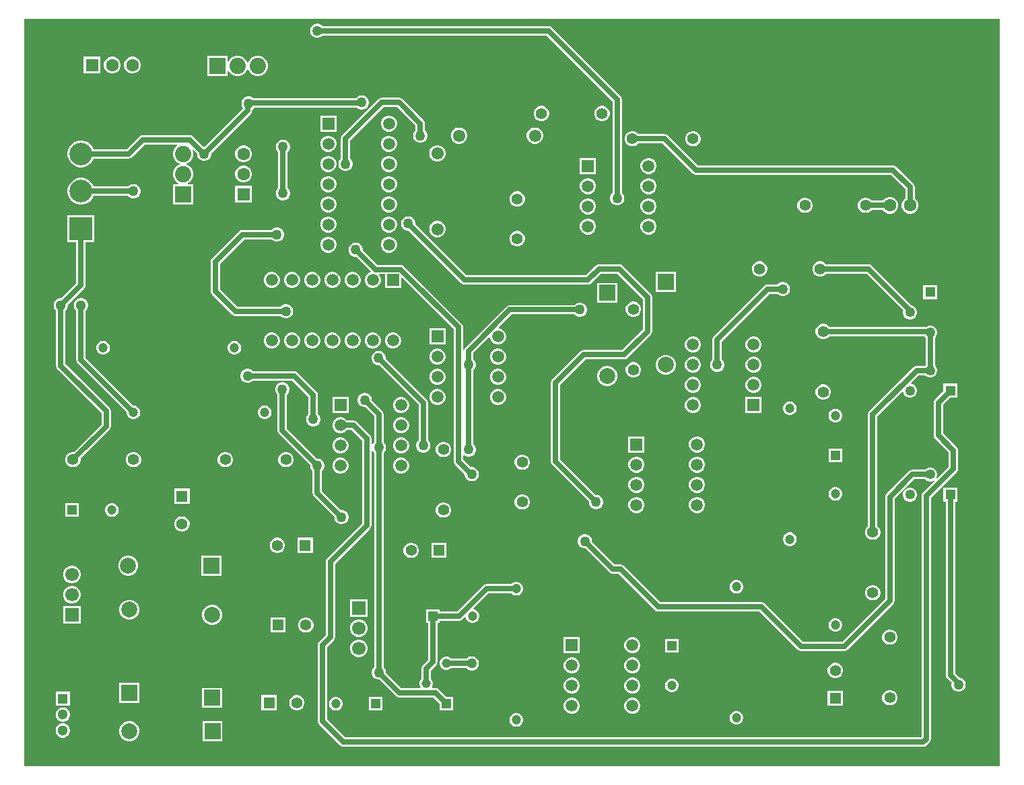
<source format=gtl>
G04*
G04 #@! TF.GenerationSoftware,Altium Limited,Altium Designer,22.0.2 (36)*
G04*
G04 Layer_Physical_Order=1*
G04 Layer_Color=255*
%FSLAX25Y25*%
%MOIN*%
G70*
G04*
G04 #@! TF.SameCoordinates,EECF79FC-5A36-4EFC-AF15-45E6CBE4EAF3*
G04*
G04*
G04 #@! TF.FilePolarity,Positive*
G04*
G01*
G75*
%ADD19C,0.04724*%
%ADD20R,0.04724X0.04724*%
%ADD30R,0.04724X0.04724*%
%ADD31C,0.04528*%
%ADD32R,0.04528X0.04528*%
%ADD33R,0.11237X0.11237*%
%ADD34C,0.11237*%
%ADD36C,0.08071*%
%ADD37R,0.08071X0.08071*%
%ADD44R,0.08071X0.08071*%
%ADD46R,0.05118X0.05118*%
%ADD47C,0.05118*%
%ADD52C,0.02500*%
%ADD53C,0.06000*%
%ADD54R,0.05512X0.05512*%
%ADD55C,0.05512*%
%ADD56C,0.06299*%
%ADD57C,0.04921*%
%ADD58R,0.04921X0.04921*%
%ADD59R,0.04921X0.04921*%
%ADD60R,0.05906X0.05906*%
%ADD61C,0.05906*%
%ADD62R,0.06299X0.06299*%
%ADD63R,0.05906X0.05906*%
%ADD64C,0.07874*%
%ADD65R,0.07874X0.07874*%
%ADD66R,0.05512X0.05512*%
%ADD67C,0.06102*%
%ADD68R,0.06299X0.06299*%
%ADD69C,0.06693*%
%ADD70R,0.06693X0.06693*%
%ADD71R,0.07874X0.07874*%
%ADD72C,0.05000*%
G36*
X607500Y123000D02*
X124500D01*
Y493500D01*
X607500D01*
Y123000D01*
D02*
G37*
%LPC*%
G36*
X240663Y475035D02*
X239337D01*
X238056Y474692D01*
X236908Y474029D01*
X235971Y473092D01*
X235308Y471944D01*
X235250Y471728D01*
X234750D01*
X234692Y471944D01*
X234029Y473092D01*
X233092Y474029D01*
X231944Y474692D01*
X230663Y475035D01*
X229337D01*
X228056Y474692D01*
X226908Y474029D01*
X225971Y473092D01*
X225535Y472338D01*
X225035Y472472D01*
Y475035D01*
X214965D01*
Y464965D01*
X225035D01*
Y467528D01*
X225535Y467662D01*
X225971Y466908D01*
X226908Y465971D01*
X228056Y465308D01*
X229337Y464965D01*
X230663D01*
X231944Y465308D01*
X233092Y465971D01*
X234029Y466908D01*
X234692Y468056D01*
X234750Y468272D01*
X235250D01*
X235308Y468056D01*
X235971Y466908D01*
X236908Y465971D01*
X238056Y465308D01*
X239337Y464965D01*
X240663D01*
X241944Y465308D01*
X243092Y465971D01*
X244029Y466908D01*
X244692Y468056D01*
X245035Y469337D01*
Y470663D01*
X244692Y471944D01*
X244029Y473092D01*
X243092Y474029D01*
X241944Y474692D01*
X240663Y475035D01*
D02*
G37*
G36*
X178546Y474650D02*
X177454D01*
X176398Y474367D01*
X175452Y473820D01*
X174680Y473048D01*
X174133Y472102D01*
X173850Y471046D01*
Y469954D01*
X174133Y468898D01*
X174680Y467952D01*
X175452Y467179D01*
X176398Y466633D01*
X177454Y466350D01*
X178546D01*
X179602Y466633D01*
X180548Y467179D01*
X181321Y467952D01*
X181867Y468898D01*
X182150Y469954D01*
Y471046D01*
X181867Y472102D01*
X181321Y473048D01*
X180548Y473820D01*
X179602Y474367D01*
X178546Y474650D01*
D02*
G37*
G36*
X168546D02*
X167454D01*
X166398Y474367D01*
X165452Y473820D01*
X164680Y473048D01*
X164133Y472102D01*
X163850Y471046D01*
Y469954D01*
X164133Y468898D01*
X164680Y467952D01*
X165452Y467179D01*
X166398Y466633D01*
X167454Y466350D01*
X168546D01*
X169602Y466633D01*
X170548Y467179D01*
X171320Y467952D01*
X171867Y468898D01*
X172150Y469954D01*
Y471046D01*
X171867Y472102D01*
X171320Y473048D01*
X170548Y473820D01*
X169602Y474367D01*
X168546Y474650D01*
D02*
G37*
G36*
X162150D02*
X153850D01*
Y466350D01*
X162150D01*
Y474650D01*
D02*
G37*
G36*
X291961Y455500D02*
X291039D01*
X290149Y455262D01*
X289351Y454801D01*
X288699Y454149D01*
X288639Y454044D01*
X237906D01*
X237649Y454301D01*
X236851Y454762D01*
X235961Y455000D01*
X235039D01*
X234149Y454762D01*
X233351Y454301D01*
X232699Y453649D01*
X232239Y452851D01*
X232000Y451961D01*
Y451039D01*
X232239Y450149D01*
X232699Y449351D01*
X232728Y449323D01*
Y448972D01*
X213756Y430000D01*
X213244D01*
X208122Y435122D01*
X207378Y435619D01*
X206500Y435794D01*
X183000D01*
X182122Y435619D01*
X181378Y435122D01*
X175050Y428794D01*
X158714D01*
X158365Y429635D01*
X157641Y430719D01*
X156719Y431641D01*
X155635Y432365D01*
X154430Y432864D01*
X153152Y433118D01*
X151848D01*
X150569Y432864D01*
X149365Y432365D01*
X148281Y431641D01*
X147359Y430719D01*
X146635Y429635D01*
X146136Y428431D01*
X145881Y427152D01*
Y425848D01*
X146136Y424570D01*
X146635Y423365D01*
X147359Y422281D01*
X148281Y421359D01*
X149365Y420635D01*
X150569Y420136D01*
X151848Y419881D01*
X153152D01*
X154430Y420136D01*
X155635Y420635D01*
X156719Y421359D01*
X157641Y422281D01*
X158365Y423365D01*
X158714Y424206D01*
X176000D01*
X176878Y424381D01*
X177622Y424878D01*
X183950Y431206D01*
X200080D01*
X200214Y430706D01*
X199908Y430529D01*
X198971Y429592D01*
X198308Y428444D01*
X197965Y427163D01*
Y425837D01*
X198308Y424556D01*
X198971Y423408D01*
X199908Y422471D01*
X201056Y421808D01*
X201272Y421750D01*
Y421250D01*
X201056Y421192D01*
X199908Y420529D01*
X198971Y419592D01*
X198308Y418444D01*
X197965Y417163D01*
Y415837D01*
X198308Y414556D01*
X198971Y413408D01*
X199908Y412471D01*
X200662Y412035D01*
X200528Y411535D01*
X197965D01*
Y401465D01*
X208035D01*
Y411535D01*
X205472D01*
X205338Y412035D01*
X206092Y412471D01*
X207029Y413408D01*
X207692Y414556D01*
X208035Y415837D01*
Y417163D01*
X207692Y418444D01*
X207029Y419592D01*
X206092Y420529D01*
X204944Y421192D01*
X204728Y421250D01*
Y421750D01*
X204944Y421808D01*
X206092Y422471D01*
X207029Y423408D01*
X207692Y424556D01*
X208035Y425837D01*
Y427163D01*
X207724Y428324D01*
X208151Y428605D01*
X210000Y426756D01*
Y426039D01*
X210239Y425149D01*
X210699Y424351D01*
X211351Y423699D01*
X212149Y423239D01*
X213039Y423000D01*
X213961D01*
X214851Y423239D01*
X215649Y423699D01*
X216301Y424351D01*
X216761Y425149D01*
X217000Y426039D01*
Y426756D01*
X236644Y446399D01*
X237141Y447144D01*
X237316Y448022D01*
Y448507D01*
X237649Y448699D01*
X238301Y449351D01*
X238361Y449456D01*
X289094D01*
X289351Y449199D01*
X290149Y448738D01*
X291039Y448500D01*
X291961D01*
X292851Y448738D01*
X293649Y449199D01*
X294301Y449851D01*
X294761Y450649D01*
X295000Y451539D01*
Y452461D01*
X294761Y453351D01*
X294301Y454149D01*
X293649Y454801D01*
X292851Y455262D01*
X291961Y455500D01*
D02*
G37*
G36*
X410994Y450256D02*
X410006D01*
X409050Y450000D01*
X408194Y449506D01*
X407494Y448806D01*
X407000Y447950D01*
X406744Y446994D01*
Y446005D01*
X407000Y445050D01*
X407494Y444194D01*
X408194Y443495D01*
X409050Y443000D01*
X410006Y442744D01*
X410994D01*
X411950Y443000D01*
X412806Y443495D01*
X413506Y444194D01*
X414000Y445050D01*
X414256Y446005D01*
Y446994D01*
X414000Y447950D01*
X413506Y448806D01*
X412806Y449506D01*
X411950Y450000D01*
X410994Y450256D01*
D02*
G37*
G36*
X380995D02*
X380006D01*
X379050Y450000D01*
X378194Y449506D01*
X377495Y448806D01*
X377000Y447950D01*
X376744Y446994D01*
Y446005D01*
X377000Y445050D01*
X377495Y444194D01*
X378194Y443495D01*
X379050Y443000D01*
X380006Y442744D01*
X380995D01*
X381950Y443000D01*
X382806Y443495D01*
X383506Y444194D01*
X384000Y445050D01*
X384256Y446005D01*
Y446994D01*
X384000Y447950D01*
X383506Y448806D01*
X382806Y449506D01*
X381950Y450000D01*
X380995Y450256D01*
D02*
G37*
G36*
X305520Y445453D02*
X304480D01*
X303474Y445183D01*
X302573Y444663D01*
X301837Y443927D01*
X301317Y443026D01*
X301047Y442020D01*
Y440980D01*
X301317Y439974D01*
X301837Y439073D01*
X302573Y438337D01*
X303474Y437817D01*
X304480Y437547D01*
X305520D01*
X306526Y437817D01*
X307427Y438337D01*
X308163Y439073D01*
X308683Y439974D01*
X308953Y440980D01*
Y442020D01*
X308683Y443026D01*
X308163Y443927D01*
X307427Y444663D01*
X306526Y445183D01*
X305520Y445453D01*
D02*
G37*
G36*
X278953D02*
X271047D01*
Y437547D01*
X278953D01*
Y445453D01*
D02*
G37*
G36*
X310000Y454294D02*
X301500D01*
X300622Y454119D01*
X299878Y453622D01*
X281878Y435622D01*
X281381Y434878D01*
X281206Y434000D01*
Y424156D01*
X280699Y423649D01*
X280239Y422851D01*
X280000Y421961D01*
Y421039D01*
X280239Y420149D01*
X280699Y419351D01*
X281351Y418699D01*
X282149Y418238D01*
X283039Y418000D01*
X283961D01*
X284851Y418238D01*
X285649Y418699D01*
X286301Y419351D01*
X286761Y420149D01*
X287000Y421039D01*
Y421961D01*
X286761Y422851D01*
X286301Y423649D01*
X285794Y424156D01*
Y433050D01*
X302450Y449706D01*
X309050D01*
X318206Y440550D01*
Y438156D01*
X317699Y437649D01*
X317238Y436851D01*
X317000Y435961D01*
Y435039D01*
X317238Y434149D01*
X317699Y433351D01*
X318351Y432699D01*
X319149Y432238D01*
X320039Y432000D01*
X320961D01*
X321851Y432238D01*
X322649Y432699D01*
X323301Y433351D01*
X323762Y434149D01*
X324000Y435039D01*
Y435961D01*
X323762Y436851D01*
X323301Y437649D01*
X322794Y438156D01*
Y441500D01*
X322620Y442378D01*
X322122Y443122D01*
X311622Y453622D01*
X310878Y454119D01*
X310000Y454294D01*
D02*
G37*
G36*
X377813Y439551D02*
X376746D01*
X375716Y439275D01*
X374792Y438742D01*
X374038Y437988D01*
X373504Y437064D01*
X373228Y436033D01*
Y434967D01*
X373504Y433936D01*
X374038Y433012D01*
X374792Y432258D01*
X375716Y431725D01*
X376746Y431449D01*
X377813D01*
X378843Y431725D01*
X379767Y432258D01*
X380521Y433012D01*
X381055Y433936D01*
X381331Y434967D01*
Y436033D01*
X381055Y437064D01*
X380521Y437988D01*
X379767Y438742D01*
X378843Y439275D01*
X377813Y439551D01*
D02*
G37*
G36*
X340254D02*
X339187D01*
X338157Y439275D01*
X337233Y438742D01*
X336479Y437988D01*
X335945Y437064D01*
X335669Y436033D01*
Y434967D01*
X335945Y433936D01*
X336479Y433012D01*
X337233Y432258D01*
X338157Y431725D01*
X339187Y431449D01*
X340254D01*
X341284Y431725D01*
X342208Y432258D01*
X342962Y433012D01*
X343495Y433936D01*
X343772Y434967D01*
Y436033D01*
X343495Y437064D01*
X342962Y437988D01*
X342208Y438742D01*
X341284Y439275D01*
X340254Y439551D01*
D02*
G37*
G36*
X455995Y437756D02*
X455006D01*
X454050Y437500D01*
X453194Y437006D01*
X452494Y436306D01*
X452000Y435450D01*
X451744Y434494D01*
Y433505D01*
X452000Y432550D01*
X452494Y431694D01*
X453194Y430995D01*
X454050Y430500D01*
X455006Y430244D01*
X455995D01*
X456950Y430500D01*
X457806Y430995D01*
X458505Y431694D01*
X459000Y432550D01*
X459256Y433505D01*
Y434494D01*
X459000Y435450D01*
X458505Y436306D01*
X457806Y437006D01*
X456950Y437500D01*
X455995Y437756D01*
D02*
G37*
G36*
X305520Y435453D02*
X304480D01*
X303474Y435183D01*
X302573Y434663D01*
X301837Y433927D01*
X301317Y433026D01*
X301047Y432020D01*
Y430980D01*
X301317Y429974D01*
X301837Y429073D01*
X302573Y428337D01*
X303474Y427817D01*
X304480Y427547D01*
X305520D01*
X306526Y427817D01*
X307427Y428337D01*
X308163Y429073D01*
X308683Y429974D01*
X308953Y430980D01*
Y432020D01*
X308683Y433026D01*
X308163Y433927D01*
X307427Y434663D01*
X306526Y435183D01*
X305520Y435453D01*
D02*
G37*
G36*
X275520D02*
X274480D01*
X273474Y435183D01*
X272573Y434663D01*
X271837Y433927D01*
X271317Y433026D01*
X271047Y432020D01*
Y430980D01*
X271317Y429974D01*
X271837Y429073D01*
X272573Y428337D01*
X273474Y427817D01*
X274480Y427547D01*
X275520D01*
X276526Y427817D01*
X277427Y428337D01*
X278163Y429073D01*
X278683Y429974D01*
X278953Y430980D01*
Y432020D01*
X278683Y433026D01*
X278163Y433927D01*
X277427Y434663D01*
X276526Y435183D01*
X275520Y435453D01*
D02*
G37*
G36*
X329533Y430831D02*
X328467D01*
X327436Y430555D01*
X326513Y430021D01*
X325758Y429267D01*
X325225Y428343D01*
X324949Y427313D01*
Y426246D01*
X325225Y425216D01*
X325758Y424292D01*
X326513Y423538D01*
X327436Y423004D01*
X328467Y422728D01*
X329533D01*
X330564Y423004D01*
X331487Y423538D01*
X332242Y424292D01*
X332775Y425216D01*
X333051Y426246D01*
Y427313D01*
X332775Y428343D01*
X332242Y429267D01*
X331487Y430021D01*
X330564Y430555D01*
X329533Y430831D01*
D02*
G37*
G36*
X233546Y430650D02*
X232454D01*
X231398Y430367D01*
X230452Y429820D01*
X229679Y429048D01*
X229133Y428102D01*
X228850Y427046D01*
Y425954D01*
X229133Y424898D01*
X229679Y423952D01*
X230452Y423179D01*
X231398Y422633D01*
X232454Y422350D01*
X233546D01*
X234602Y422633D01*
X235548Y423179D01*
X236320Y423952D01*
X236867Y424898D01*
X237150Y425954D01*
Y427046D01*
X236867Y428102D01*
X236320Y429048D01*
X235548Y429820D01*
X234602Y430367D01*
X233546Y430650D01*
D02*
G37*
G36*
X305520Y425453D02*
X304480D01*
X303474Y425183D01*
X302573Y424663D01*
X301837Y423927D01*
X301317Y423026D01*
X301047Y422020D01*
Y420980D01*
X301317Y419974D01*
X301837Y419073D01*
X302573Y418337D01*
X303474Y417817D01*
X304480Y417547D01*
X305520D01*
X306526Y417817D01*
X307427Y418337D01*
X308163Y419073D01*
X308683Y419974D01*
X308953Y420980D01*
Y422020D01*
X308683Y423026D01*
X308163Y423927D01*
X307427Y424663D01*
X306526Y425183D01*
X305520Y425453D01*
D02*
G37*
G36*
X275520D02*
X274480D01*
X273474Y425183D01*
X272573Y424663D01*
X271837Y423927D01*
X271317Y423026D01*
X271047Y422020D01*
Y420980D01*
X271317Y419974D01*
X271837Y419073D01*
X272573Y418337D01*
X273474Y417817D01*
X274480Y417547D01*
X275520D01*
X276526Y417817D01*
X277427Y418337D01*
X278163Y419073D01*
X278683Y419974D01*
X278953Y420980D01*
Y422020D01*
X278683Y423026D01*
X278163Y423927D01*
X277427Y424663D01*
X276526Y425183D01*
X275520Y425453D01*
D02*
G37*
G36*
X434020Y424453D02*
X432980D01*
X431974Y424183D01*
X431073Y423663D01*
X430337Y422927D01*
X429817Y422026D01*
X429547Y421020D01*
Y419980D01*
X429817Y418974D01*
X430337Y418073D01*
X431073Y417337D01*
X431974Y416817D01*
X432980Y416547D01*
X434020D01*
X435026Y416817D01*
X435927Y417337D01*
X436663Y418073D01*
X437183Y418974D01*
X437453Y419980D01*
Y421020D01*
X437183Y422026D01*
X436663Y422927D01*
X435927Y423663D01*
X435026Y424183D01*
X434020Y424453D01*
D02*
G37*
G36*
X407453D02*
X399547D01*
Y416547D01*
X407453D01*
Y424453D01*
D02*
G37*
G36*
X233546Y420650D02*
X232454D01*
X231398Y420367D01*
X230452Y419820D01*
X229679Y419048D01*
X229133Y418102D01*
X228850Y417046D01*
Y415954D01*
X229133Y414898D01*
X229679Y413952D01*
X230452Y413179D01*
X231398Y412633D01*
X232454Y412350D01*
X233546D01*
X234602Y412633D01*
X235548Y413179D01*
X236320Y413952D01*
X236867Y414898D01*
X237150Y415954D01*
Y417046D01*
X236867Y418102D01*
X236320Y419048D01*
X235548Y419820D01*
X234602Y420367D01*
X233546Y420650D01*
D02*
G37*
G36*
X305520Y415453D02*
X304480D01*
X303474Y415183D01*
X302573Y414663D01*
X301837Y413927D01*
X301317Y413026D01*
X301047Y412020D01*
Y410980D01*
X301317Y409974D01*
X301837Y409073D01*
X302573Y408337D01*
X303474Y407817D01*
X304480Y407547D01*
X305520D01*
X306526Y407817D01*
X307427Y408337D01*
X308163Y409073D01*
X308683Y409974D01*
X308953Y410980D01*
Y412020D01*
X308683Y413026D01*
X308163Y413927D01*
X307427Y414663D01*
X306526Y415183D01*
X305520Y415453D01*
D02*
G37*
G36*
X275520D02*
X274480D01*
X273474Y415183D01*
X272573Y414663D01*
X271837Y413927D01*
X271317Y413026D01*
X271047Y412020D01*
Y410980D01*
X271317Y409974D01*
X271837Y409073D01*
X272573Y408337D01*
X273474Y407817D01*
X274480Y407547D01*
X275520D01*
X276526Y407817D01*
X277427Y408337D01*
X278163Y409073D01*
X278683Y409974D01*
X278953Y410980D01*
Y412020D01*
X278683Y413026D01*
X278163Y413927D01*
X277427Y414663D01*
X276526Y415183D01*
X275520Y415453D01*
D02*
G37*
G36*
X434020Y414453D02*
X432980D01*
X431974Y414183D01*
X431073Y413663D01*
X430337Y412927D01*
X429817Y412026D01*
X429547Y411020D01*
Y409980D01*
X429817Y408974D01*
X430337Y408073D01*
X431073Y407337D01*
X431974Y406817D01*
X432980Y406547D01*
X434020D01*
X435026Y406817D01*
X435927Y407337D01*
X436663Y408073D01*
X437183Y408974D01*
X437453Y409980D01*
Y411020D01*
X437183Y412026D01*
X436663Y412927D01*
X435927Y413663D01*
X435026Y414183D01*
X434020Y414453D01*
D02*
G37*
G36*
X404020D02*
X402980D01*
X401974Y414183D01*
X401073Y413663D01*
X400337Y412927D01*
X399817Y412026D01*
X399547Y411020D01*
Y409980D01*
X399817Y408974D01*
X400337Y408073D01*
X401073Y407337D01*
X401974Y406817D01*
X402980Y406547D01*
X404020D01*
X405026Y406817D01*
X405927Y407337D01*
X406663Y408073D01*
X407183Y408974D01*
X407453Y409980D01*
Y411020D01*
X407183Y412026D01*
X406663Y412927D01*
X405927Y413663D01*
X405026Y414183D01*
X404020Y414453D01*
D02*
G37*
G36*
X153152Y414618D02*
X151848D01*
X150569Y414364D01*
X149365Y413865D01*
X148281Y413141D01*
X147359Y412219D01*
X146635Y411135D01*
X146136Y409931D01*
X145881Y408652D01*
Y407348D01*
X146136Y406070D01*
X146635Y404865D01*
X147359Y403781D01*
X148281Y402859D01*
X149365Y402135D01*
X150569Y401636D01*
X151848Y401381D01*
X153152D01*
X154430Y401636D01*
X155635Y402135D01*
X156719Y402859D01*
X157641Y403781D01*
X158365Y404865D01*
X158714Y405706D01*
X175844D01*
X176351Y405199D01*
X177149Y404739D01*
X178039Y404500D01*
X178961D01*
X179851Y404739D01*
X180649Y405199D01*
X181301Y405851D01*
X181762Y406649D01*
X182000Y407539D01*
Y408461D01*
X181762Y409351D01*
X181301Y410149D01*
X180649Y410801D01*
X179851Y411262D01*
X178961Y411500D01*
X178039D01*
X177149Y411262D01*
X176351Y410801D01*
X175844Y410294D01*
X158714D01*
X158365Y411135D01*
X157641Y412219D01*
X156719Y413141D01*
X155635Y413865D01*
X154430Y414364D01*
X153152Y414618D01*
D02*
G37*
G36*
X252961Y433500D02*
X252039D01*
X251149Y433261D01*
X250351Y432801D01*
X249699Y432149D01*
X249238Y431351D01*
X249000Y430461D01*
Y429539D01*
X249238Y428649D01*
X249699Y427851D01*
X250206Y427344D01*
Y409656D01*
X249699Y409149D01*
X249238Y408351D01*
X249000Y407461D01*
Y406539D01*
X249238Y405649D01*
X249699Y404851D01*
X250351Y404199D01*
X251149Y403738D01*
X252039Y403500D01*
X252961D01*
X253851Y403738D01*
X254649Y404199D01*
X255301Y404851D01*
X255762Y405649D01*
X256000Y406539D01*
Y407461D01*
X255762Y408351D01*
X255301Y409149D01*
X254794Y409656D01*
Y427344D01*
X255301Y427851D01*
X255762Y428649D01*
X256000Y429539D01*
Y430461D01*
X255762Y431351D01*
X255301Y432149D01*
X254649Y432801D01*
X253851Y433261D01*
X252961Y433500D01*
D02*
G37*
G36*
X553546Y405150D02*
X552454D01*
X551398Y404867D01*
X550452Y404320D01*
X549680Y403548D01*
X549533Y403294D01*
X544012D01*
X544005Y403306D01*
X543306Y404005D01*
X542450Y404500D01*
X541495Y404756D01*
X540506D01*
X539550Y404500D01*
X538694Y404005D01*
X537994Y403306D01*
X537500Y402450D01*
X537244Y401495D01*
Y400505D01*
X537500Y399550D01*
X537994Y398694D01*
X538694Y397994D01*
X539550Y397500D01*
X540506Y397244D01*
X541495D01*
X542450Y397500D01*
X543306Y397994D01*
X544005Y398694D01*
X544012Y398706D01*
X549533D01*
X549680Y398452D01*
X550452Y397679D01*
X551398Y397133D01*
X552454Y396850D01*
X553546D01*
X554602Y397133D01*
X555548Y397679D01*
X556320Y398452D01*
X556867Y399398D01*
X557150Y400454D01*
Y401546D01*
X556867Y402602D01*
X556320Y403548D01*
X555548Y404320D01*
X554602Y404867D01*
X553546Y405150D01*
D02*
G37*
G36*
X237150Y410650D02*
X228850D01*
Y402350D01*
X237150D01*
Y410650D01*
D02*
G37*
G36*
X269961Y491000D02*
X269039D01*
X268149Y490762D01*
X267351Y490301D01*
X266699Y489649D01*
X266238Y488851D01*
X266000Y487961D01*
Y487039D01*
X266238Y486149D01*
X266699Y485351D01*
X267351Y484699D01*
X268149Y484238D01*
X269039Y484000D01*
X269961D01*
X270851Y484238D01*
X271649Y484699D01*
X272156Y485206D01*
X383062D01*
X415840Y452428D01*
Y407290D01*
X415199Y406649D01*
X414739Y405851D01*
X414500Y404961D01*
Y404039D01*
X414739Y403149D01*
X415199Y402351D01*
X415851Y401699D01*
X416649Y401238D01*
X417539Y401000D01*
X418461D01*
X419351Y401238D01*
X420149Y401699D01*
X420801Y402351D01*
X421262Y403149D01*
X421500Y404039D01*
Y404961D01*
X421262Y405851D01*
X420801Y406649D01*
X420429Y407021D01*
Y453378D01*
X420254Y454256D01*
X419757Y455000D01*
X385634Y489122D01*
X384890Y489619D01*
X384012Y489794D01*
X272156D01*
X271649Y490301D01*
X270851Y490762D01*
X269961Y491000D01*
D02*
G37*
G36*
X368994Y407941D02*
X368005D01*
X367050Y407685D01*
X366194Y407191D01*
X365494Y406491D01*
X365000Y405635D01*
X364744Y404680D01*
Y403691D01*
X365000Y402736D01*
X365494Y401879D01*
X366194Y401180D01*
X367050Y400685D01*
X368005Y400429D01*
X368994D01*
X369950Y400685D01*
X370806Y401180D01*
X371505Y401879D01*
X372000Y402736D01*
X372256Y403691D01*
Y404680D01*
X372000Y405635D01*
X371505Y406491D01*
X370806Y407191D01*
X369950Y407685D01*
X368994Y407941D01*
D02*
G37*
G36*
X305520Y405453D02*
X304480D01*
X303474Y405183D01*
X302573Y404663D01*
X301837Y403927D01*
X301317Y403026D01*
X301047Y402020D01*
Y400980D01*
X301317Y399974D01*
X301837Y399073D01*
X302573Y398337D01*
X303474Y397817D01*
X304480Y397547D01*
X305520D01*
X306526Y397817D01*
X307427Y398337D01*
X308163Y399073D01*
X308683Y399974D01*
X308953Y400980D01*
Y402020D01*
X308683Y403026D01*
X308163Y403927D01*
X307427Y404663D01*
X306526Y405183D01*
X305520Y405453D01*
D02*
G37*
G36*
X275520D02*
X274480D01*
X273474Y405183D01*
X272573Y404663D01*
X271837Y403927D01*
X271317Y403026D01*
X271047Y402020D01*
Y400980D01*
X271317Y399974D01*
X271837Y399073D01*
X272573Y398337D01*
X273474Y397817D01*
X274480Y397547D01*
X275520D01*
X276526Y397817D01*
X277427Y398337D01*
X278163Y399073D01*
X278683Y399974D01*
X278953Y400980D01*
Y402020D01*
X278683Y403026D01*
X278163Y403927D01*
X277427Y404663D01*
X276526Y405183D01*
X275520Y405453D01*
D02*
G37*
G36*
X511494Y404756D02*
X510505D01*
X509550Y404500D01*
X508694Y404005D01*
X507995Y403306D01*
X507500Y402450D01*
X507244Y401495D01*
Y400505D01*
X507500Y399550D01*
X507995Y398694D01*
X508694Y397994D01*
X509550Y397500D01*
X510505Y397244D01*
X511494D01*
X512450Y397500D01*
X513306Y397994D01*
X514006Y398694D01*
X514500Y399550D01*
X514756Y400505D01*
Y401495D01*
X514500Y402450D01*
X514006Y403306D01*
X513306Y404005D01*
X512450Y404500D01*
X511494Y404756D01*
D02*
G37*
G36*
X425994Y437756D02*
X425005D01*
X424050Y437500D01*
X423194Y437006D01*
X422495Y436306D01*
X422000Y435450D01*
X421744Y434494D01*
Y433505D01*
X422000Y432550D01*
X422495Y431694D01*
X423194Y430995D01*
X424050Y430500D01*
X425005Y430244D01*
X425994D01*
X426950Y430500D01*
X427806Y430995D01*
X428506Y431694D01*
X428512Y431706D01*
X440550D01*
X455378Y416878D01*
X456122Y416381D01*
X457000Y416206D01*
X553550D01*
X560706Y409050D01*
Y404467D01*
X560452Y404320D01*
X559680Y403548D01*
X559133Y402602D01*
X558850Y401546D01*
Y400454D01*
X559133Y399398D01*
X559680Y398452D01*
X560452Y397679D01*
X561398Y397133D01*
X562454Y396850D01*
X563546D01*
X564602Y397133D01*
X565548Y397679D01*
X566321Y398452D01*
X566867Y399398D01*
X567150Y400454D01*
Y401546D01*
X566867Y402602D01*
X566321Y403548D01*
X565548Y404320D01*
X565294Y404467D01*
Y410000D01*
X565120Y410878D01*
X564622Y411622D01*
X556122Y420122D01*
X555378Y420619D01*
X554500Y420794D01*
X457950D01*
X443122Y435622D01*
X442378Y436119D01*
X441500Y436294D01*
X428512D01*
X428506Y436306D01*
X427806Y437006D01*
X426950Y437500D01*
X425994Y437756D01*
D02*
G37*
G36*
X434020Y404453D02*
X432980D01*
X431974Y404183D01*
X431073Y403663D01*
X430337Y402927D01*
X429817Y402026D01*
X429547Y401020D01*
Y399980D01*
X429817Y398974D01*
X430337Y398073D01*
X431073Y397337D01*
X431974Y396817D01*
X432980Y396547D01*
X434020D01*
X435026Y396817D01*
X435927Y397337D01*
X436663Y398073D01*
X437183Y398974D01*
X437453Y399980D01*
Y401020D01*
X437183Y402026D01*
X436663Y402927D01*
X435927Y403663D01*
X435026Y404183D01*
X434020Y404453D01*
D02*
G37*
G36*
X404020D02*
X402980D01*
X401974Y404183D01*
X401073Y403663D01*
X400337Y402927D01*
X399817Y402026D01*
X399547Y401020D01*
Y399980D01*
X399817Y398974D01*
X400337Y398073D01*
X401073Y397337D01*
X401974Y396817D01*
X402980Y396547D01*
X404020D01*
X405026Y396817D01*
X405927Y397337D01*
X406663Y398073D01*
X407183Y398974D01*
X407453Y399980D01*
Y401020D01*
X407183Y402026D01*
X406663Y402927D01*
X405927Y403663D01*
X405026Y404183D01*
X404020Y404453D01*
D02*
G37*
G36*
X305520Y395453D02*
X304480D01*
X303474Y395183D01*
X302573Y394663D01*
X301837Y393927D01*
X301317Y393026D01*
X301047Y392020D01*
Y390980D01*
X301317Y389974D01*
X301837Y389073D01*
X302573Y388337D01*
X303474Y387817D01*
X304480Y387547D01*
X305520D01*
X306526Y387817D01*
X307427Y388337D01*
X308163Y389073D01*
X308683Y389974D01*
X308953Y390980D01*
Y392020D01*
X308683Y393026D01*
X308163Y393927D01*
X307427Y394663D01*
X306526Y395183D01*
X305520Y395453D01*
D02*
G37*
G36*
X275520D02*
X274480D01*
X273474Y395183D01*
X272573Y394663D01*
X271837Y393927D01*
X271317Y393026D01*
X271047Y392020D01*
Y390980D01*
X271317Y389974D01*
X271837Y389073D01*
X272573Y388337D01*
X273474Y387817D01*
X274480Y387547D01*
X275520D01*
X276526Y387817D01*
X277427Y388337D01*
X278163Y389073D01*
X278683Y389974D01*
X278953Y390980D01*
Y392020D01*
X278683Y393026D01*
X278163Y393927D01*
X277427Y394663D01*
X276526Y395183D01*
X275520Y395453D01*
D02*
G37*
G36*
X434020Y394453D02*
X432980D01*
X431974Y394183D01*
X431073Y393663D01*
X430337Y392927D01*
X429817Y392026D01*
X429547Y391020D01*
Y389980D01*
X429817Y388974D01*
X430337Y388073D01*
X431073Y387337D01*
X431974Y386817D01*
X432980Y386547D01*
X434020D01*
X435026Y386817D01*
X435927Y387337D01*
X436663Y388073D01*
X437183Y388974D01*
X437453Y389980D01*
Y391020D01*
X437183Y392026D01*
X436663Y392927D01*
X435927Y393663D01*
X435026Y394183D01*
X434020Y394453D01*
D02*
G37*
G36*
X404020D02*
X402980D01*
X401974Y394183D01*
X401073Y393663D01*
X400337Y392927D01*
X399817Y392026D01*
X399547Y391020D01*
Y389980D01*
X399817Y388974D01*
X400337Y388073D01*
X401073Y387337D01*
X401974Y386817D01*
X402980Y386547D01*
X404020D01*
X405026Y386817D01*
X405927Y387337D01*
X406663Y388073D01*
X407183Y388974D01*
X407453Y389980D01*
Y391020D01*
X407183Y392026D01*
X406663Y392927D01*
X405927Y393663D01*
X405026Y394183D01*
X404020Y394453D01*
D02*
G37*
G36*
X329533Y393272D02*
X328467D01*
X327436Y392996D01*
X326513Y392462D01*
X325758Y391708D01*
X325225Y390784D01*
X324949Y389754D01*
Y388687D01*
X325225Y387657D01*
X325758Y386733D01*
X326513Y385979D01*
X327436Y385445D01*
X328467Y385169D01*
X329533D01*
X330564Y385445D01*
X331487Y385979D01*
X332242Y386733D01*
X332775Y387657D01*
X333051Y388687D01*
Y389754D01*
X332775Y390784D01*
X332242Y391708D01*
X331487Y392462D01*
X330564Y392996D01*
X329533Y393272D01*
D02*
G37*
G36*
X249961Y390000D02*
X249039D01*
X248149Y389761D01*
X247351Y389301D01*
X246844Y388794D01*
X232500D01*
X231622Y388619D01*
X230878Y388122D01*
X217378Y374622D01*
X216880Y373878D01*
X216706Y373000D01*
Y358500D01*
X216880Y357622D01*
X217378Y356878D01*
X227378Y346878D01*
X228122Y346380D01*
X229000Y346206D01*
X251344D01*
X251851Y345699D01*
X252649Y345238D01*
X253539Y345000D01*
X254461D01*
X255351Y345238D01*
X256149Y345699D01*
X256801Y346351D01*
X257261Y347149D01*
X257500Y348039D01*
Y348961D01*
X257261Y349851D01*
X256801Y350649D01*
X256149Y351301D01*
X255351Y351762D01*
X254461Y352000D01*
X253539D01*
X252649Y351762D01*
X251851Y351301D01*
X251344Y350794D01*
X229950D01*
X221294Y359450D01*
Y372050D01*
X233450Y384206D01*
X246844D01*
X247351Y383699D01*
X248149Y383239D01*
X249039Y383000D01*
X249961D01*
X250851Y383239D01*
X251649Y383699D01*
X252301Y384351D01*
X252762Y385149D01*
X253000Y386039D01*
Y386961D01*
X252762Y387851D01*
X252301Y388649D01*
X251649Y389301D01*
X250851Y389761D01*
X249961Y390000D01*
D02*
G37*
G36*
X368994Y388256D02*
X368005D01*
X367050Y388000D01*
X366194Y387506D01*
X365494Y386806D01*
X365000Y385950D01*
X364744Y384995D01*
Y384005D01*
X365000Y383050D01*
X365494Y382194D01*
X366194Y381494D01*
X367050Y381000D01*
X368005Y380744D01*
X368994D01*
X369950Y381000D01*
X370806Y381494D01*
X371505Y382194D01*
X372000Y383050D01*
X372256Y384005D01*
Y384995D01*
X372000Y385950D01*
X371505Y386806D01*
X370806Y387506D01*
X369950Y388000D01*
X368994Y388256D01*
D02*
G37*
G36*
X305520Y385453D02*
X304480D01*
X303474Y385183D01*
X302573Y384663D01*
X301837Y383927D01*
X301317Y383026D01*
X301047Y382020D01*
Y380980D01*
X301317Y379974D01*
X301837Y379073D01*
X302573Y378337D01*
X303474Y377817D01*
X304480Y377547D01*
X305520D01*
X306526Y377817D01*
X307427Y378337D01*
X308163Y379073D01*
X308683Y379974D01*
X308953Y380980D01*
Y382020D01*
X308683Y383026D01*
X308163Y383927D01*
X307427Y384663D01*
X306526Y385183D01*
X305520Y385453D01*
D02*
G37*
G36*
X275520D02*
X274480D01*
X273474Y385183D01*
X272573Y384663D01*
X271837Y383927D01*
X271317Y383026D01*
X271047Y382020D01*
Y380980D01*
X271317Y379974D01*
X271837Y379073D01*
X272573Y378337D01*
X273474Y377817D01*
X274480Y377547D01*
X275520D01*
X276526Y377817D01*
X277427Y378337D01*
X278163Y379073D01*
X278683Y379974D01*
X278953Y380980D01*
Y382020D01*
X278683Y383026D01*
X278163Y383927D01*
X277427Y384663D01*
X276526Y385183D01*
X275520Y385453D01*
D02*
G37*
G36*
X488995Y373256D02*
X488005D01*
X487050Y373000D01*
X486194Y372505D01*
X485495Y371806D01*
X485000Y370950D01*
X484744Y369994D01*
Y369005D01*
X485000Y368050D01*
X485495Y367194D01*
X486194Y366494D01*
X487050Y366000D01*
X488005Y365744D01*
X488995D01*
X489950Y366000D01*
X490806Y366494D01*
X491505Y367194D01*
X492000Y368050D01*
X492256Y369005D01*
Y369994D01*
X492000Y370950D01*
X491505Y371806D01*
X490806Y372505D01*
X489950Y373000D01*
X488995Y373256D01*
D02*
G37*
G36*
X287520Y367953D02*
X286480D01*
X285474Y367683D01*
X284573Y367163D01*
X283837Y366427D01*
X283317Y365526D01*
X283047Y364520D01*
Y363480D01*
X283317Y362474D01*
X283837Y361573D01*
X284573Y360837D01*
X285474Y360317D01*
X286480Y360047D01*
X287520D01*
X288526Y360317D01*
X289427Y360837D01*
X290163Y361573D01*
X290683Y362474D01*
X290953Y363480D01*
Y364520D01*
X290683Y365526D01*
X290163Y366427D01*
X289427Y367163D01*
X288526Y367683D01*
X287520Y367953D01*
D02*
G37*
G36*
X277520D02*
X276480D01*
X275474Y367683D01*
X274573Y367163D01*
X273837Y366427D01*
X273317Y365526D01*
X273047Y364520D01*
Y363480D01*
X273317Y362474D01*
X273837Y361573D01*
X274573Y360837D01*
X275474Y360317D01*
X276480Y360047D01*
X277520D01*
X278526Y360317D01*
X279427Y360837D01*
X280163Y361573D01*
X280683Y362474D01*
X280953Y363480D01*
Y364520D01*
X280683Y365526D01*
X280163Y366427D01*
X279427Y367163D01*
X278526Y367683D01*
X277520Y367953D01*
D02*
G37*
G36*
X267520D02*
X266480D01*
X265474Y367683D01*
X264573Y367163D01*
X263837Y366427D01*
X263317Y365526D01*
X263047Y364520D01*
Y363480D01*
X263317Y362474D01*
X263837Y361573D01*
X264573Y360837D01*
X265474Y360317D01*
X266480Y360047D01*
X267520D01*
X268526Y360317D01*
X269427Y360837D01*
X270163Y361573D01*
X270683Y362474D01*
X270953Y363480D01*
Y364520D01*
X270683Y365526D01*
X270163Y366427D01*
X269427Y367163D01*
X268526Y367683D01*
X267520Y367953D01*
D02*
G37*
G36*
X257520D02*
X256480D01*
X255474Y367683D01*
X254573Y367163D01*
X253837Y366427D01*
X253317Y365526D01*
X253047Y364520D01*
Y363480D01*
X253317Y362474D01*
X253837Y361573D01*
X254573Y360837D01*
X255474Y360317D01*
X256480Y360047D01*
X257520D01*
X258526Y360317D01*
X259427Y360837D01*
X260163Y361573D01*
X260683Y362474D01*
X260953Y363480D01*
Y364520D01*
X260683Y365526D01*
X260163Y366427D01*
X259427Y367163D01*
X258526Y367683D01*
X257520Y367953D01*
D02*
G37*
G36*
X247520D02*
X246480D01*
X245474Y367683D01*
X244573Y367163D01*
X243837Y366427D01*
X243317Y365526D01*
X243047Y364520D01*
Y363480D01*
X243317Y362474D01*
X243837Y361573D01*
X244573Y360837D01*
X245474Y360317D01*
X246480Y360047D01*
X247520D01*
X248526Y360317D01*
X249427Y360837D01*
X250163Y361573D01*
X250683Y362474D01*
X250953Y363480D01*
Y364520D01*
X250683Y365526D01*
X250163Y366427D01*
X249427Y367163D01*
X248526Y367683D01*
X247520Y367953D01*
D02*
G37*
G36*
X446937Y368028D02*
X437063D01*
Y358154D01*
X446937D01*
Y368028D01*
D02*
G37*
G36*
X500461Y363000D02*
X499539D01*
X498649Y362761D01*
X497851Y362301D01*
X497344Y361794D01*
X492500D01*
X491622Y361619D01*
X490878Y361122D01*
X465878Y336122D01*
X465381Y335378D01*
X465206Y334500D01*
Y324656D01*
X464699Y324149D01*
X464239Y323351D01*
X464000Y322461D01*
Y321539D01*
X464239Y320649D01*
X464699Y319851D01*
X465351Y319199D01*
X466149Y318739D01*
X467039Y318500D01*
X467961D01*
X468851Y318739D01*
X469649Y319199D01*
X470301Y319851D01*
X470761Y320649D01*
X471000Y321539D01*
Y322461D01*
X470761Y323351D01*
X470301Y324149D01*
X469794Y324656D01*
Y333550D01*
X493450Y357206D01*
X497344D01*
X497851Y356699D01*
X498649Y356239D01*
X499539Y356000D01*
X500461D01*
X501351Y356239D01*
X502149Y356699D01*
X502801Y357351D01*
X503262Y358149D01*
X503500Y359039D01*
Y359961D01*
X503262Y360851D01*
X502801Y361649D01*
X502149Y362301D01*
X501351Y362761D01*
X500461Y363000D01*
D02*
G37*
G36*
X576461Y361461D02*
X569539D01*
Y354539D01*
X576461D01*
Y361461D01*
D02*
G37*
G36*
X417937Y362528D02*
X408063D01*
Y352654D01*
X417937D01*
Y362528D01*
D02*
G37*
G36*
X288961Y382500D02*
X288039D01*
X287149Y382261D01*
X286351Y381801D01*
X285699Y381149D01*
X285239Y380351D01*
X285000Y379461D01*
Y378539D01*
X285239Y377649D01*
X285699Y376851D01*
X286351Y376199D01*
X287149Y375739D01*
X288039Y375500D01*
X288756D01*
X295987Y368269D01*
X295857Y367786D01*
X295474Y367683D01*
X294573Y367163D01*
X293837Y366427D01*
X293317Y365526D01*
X293047Y364520D01*
Y363480D01*
X293317Y362474D01*
X293837Y361573D01*
X294573Y360837D01*
X295474Y360317D01*
X296480Y360047D01*
X297520D01*
X298526Y360317D01*
X299427Y360837D01*
X300163Y361573D01*
X300683Y362474D01*
X300953Y363480D01*
Y364520D01*
X300683Y365526D01*
X300174Y366409D01*
X300238Y366675D01*
X300335Y366909D01*
X303047D01*
Y360047D01*
X310953D01*
Y365237D01*
X311415Y365428D01*
X337206Y339637D01*
Y274000D01*
X337381Y273122D01*
X337878Y272378D01*
X342500Y267756D01*
Y267289D01*
X342739Y266399D01*
X343199Y265601D01*
X343851Y264949D01*
X344649Y264489D01*
X345539Y264250D01*
X346461D01*
X347351Y264489D01*
X348149Y264949D01*
X348801Y265601D01*
X349261Y266399D01*
X349500Y267289D01*
Y268211D01*
X349261Y269101D01*
X348801Y269899D01*
X348149Y270551D01*
X347351Y271011D01*
X346461Y271250D01*
X345539D01*
X345504Y271240D01*
X341794Y274950D01*
Y277103D01*
X342256Y277294D01*
X342351Y277199D01*
X343149Y276739D01*
X344039Y276500D01*
X344961D01*
X345851Y276739D01*
X346649Y277199D01*
X347301Y277851D01*
X347762Y278649D01*
X348000Y279539D01*
Y280461D01*
X347762Y281351D01*
X347301Y282149D01*
X346794Y282656D01*
Y319344D01*
X347301Y319851D01*
X347762Y320649D01*
X348000Y321539D01*
Y322461D01*
X347762Y323351D01*
X347301Y324149D01*
X346794Y324656D01*
Y327908D01*
X354585Y335699D01*
X354819Y335602D01*
X355053Y335459D01*
X355317Y334474D01*
X355837Y333573D01*
X356573Y332837D01*
X357474Y332317D01*
X358480Y332047D01*
X359520D01*
X360526Y332317D01*
X361427Y332837D01*
X362163Y333573D01*
X362683Y334474D01*
X362953Y335480D01*
Y336520D01*
X362683Y337526D01*
X362163Y338427D01*
X361427Y339163D01*
X360526Y339683D01*
X359541Y339947D01*
X359398Y340181D01*
X359301Y340415D01*
X365850Y346963D01*
X396830D01*
X397344Y346449D01*
X398142Y345988D01*
X399032Y345750D01*
X399954D01*
X400844Y345988D01*
X401642Y346449D01*
X402293Y347101D01*
X402754Y347899D01*
X402993Y348789D01*
Y349711D01*
X402754Y350601D01*
X402293Y351399D01*
X401642Y352051D01*
X400844Y352512D01*
X399954Y352750D01*
X399032D01*
X398142Y352512D01*
X397344Y352051D01*
X396844Y351551D01*
X364899D01*
X364022Y351377D01*
X363277Y350880D01*
X342878Y330480D01*
X342380Y329736D01*
X342294Y329301D01*
X341794Y329350D01*
Y340587D01*
X341619Y341465D01*
X341122Y342210D01*
X312507Y370825D01*
X311763Y371322D01*
X310885Y371497D01*
X299248D01*
X292000Y378744D01*
Y379461D01*
X291761Y380351D01*
X291301Y381149D01*
X290649Y381801D01*
X289851Y382261D01*
X288961Y382500D01*
D02*
G37*
G36*
X426495Y353256D02*
X425505D01*
X424550Y353000D01*
X423694Y352505D01*
X422995Y351806D01*
X422500Y350950D01*
X422244Y349994D01*
Y349006D01*
X422500Y348050D01*
X422995Y347194D01*
X423694Y346495D01*
X424550Y346000D01*
X425505Y345744D01*
X426495D01*
X427450Y346000D01*
X428306Y346495D01*
X429005Y347194D01*
X429500Y348050D01*
X429756Y349006D01*
Y349994D01*
X429500Y350950D01*
X429005Y351806D01*
X428306Y352505D01*
X427450Y353000D01*
X426495Y353256D01*
D02*
G37*
G36*
X518995Y373256D02*
X518006D01*
X517050Y373000D01*
X516194Y372505D01*
X515494Y371806D01*
X515000Y370950D01*
X514744Y369994D01*
Y369005D01*
X515000Y368050D01*
X515494Y367194D01*
X516194Y366494D01*
X517050Y366000D01*
X518006Y365744D01*
X518995D01*
X519950Y366000D01*
X520806Y366494D01*
X521505Y367194D01*
X521513Y367206D01*
X541412D01*
X559671Y348947D01*
X559539Y348456D01*
Y347544D01*
X559775Y346664D01*
X560231Y345875D01*
X560875Y345231D01*
X561664Y344775D01*
X562544Y344539D01*
X563456D01*
X564336Y344775D01*
X565125Y345231D01*
X565769Y345875D01*
X566225Y346664D01*
X566461Y347544D01*
Y348456D01*
X566225Y349336D01*
X565769Y350125D01*
X565125Y350769D01*
X564336Y351225D01*
X563716Y351391D01*
X543984Y371122D01*
X543240Y371620D01*
X542362Y371794D01*
X521513D01*
X521505Y371806D01*
X520806Y372505D01*
X519950Y373000D01*
X518995Y373256D01*
D02*
G37*
G36*
X332953Y339953D02*
X325047D01*
Y332047D01*
X332953D01*
Y339953D01*
D02*
G37*
G36*
X307520Y337953D02*
X306480D01*
X305474Y337683D01*
X304573Y337163D01*
X303837Y336427D01*
X303317Y335526D01*
X303047Y334520D01*
Y333480D01*
X303317Y332474D01*
X303837Y331573D01*
X304573Y330837D01*
X305474Y330317D01*
X306480Y330047D01*
X307520D01*
X308526Y330317D01*
X309427Y330837D01*
X310163Y331573D01*
X310683Y332474D01*
X310953Y333480D01*
Y334520D01*
X310683Y335526D01*
X310163Y336427D01*
X309427Y337163D01*
X308526Y337683D01*
X307520Y337953D01*
D02*
G37*
G36*
X297520D02*
X296480D01*
X295474Y337683D01*
X294573Y337163D01*
X293837Y336427D01*
X293317Y335526D01*
X293047Y334520D01*
Y333480D01*
X293317Y332474D01*
X293837Y331573D01*
X294573Y330837D01*
X295474Y330317D01*
X296480Y330047D01*
X297520D01*
X298526Y330317D01*
X299427Y330837D01*
X300163Y331573D01*
X300683Y332474D01*
X300953Y333480D01*
Y334520D01*
X300683Y335526D01*
X300163Y336427D01*
X299427Y337163D01*
X298526Y337683D01*
X297520Y337953D01*
D02*
G37*
G36*
X287520D02*
X286480D01*
X285474Y337683D01*
X284573Y337163D01*
X283837Y336427D01*
X283317Y335526D01*
X283047Y334520D01*
Y333480D01*
X283317Y332474D01*
X283837Y331573D01*
X284573Y330837D01*
X285474Y330317D01*
X286480Y330047D01*
X287520D01*
X288526Y330317D01*
X289427Y330837D01*
X290163Y331573D01*
X290683Y332474D01*
X290953Y333480D01*
Y334520D01*
X290683Y335526D01*
X290163Y336427D01*
X289427Y337163D01*
X288526Y337683D01*
X287520Y337953D01*
D02*
G37*
G36*
X277520D02*
X276480D01*
X275474Y337683D01*
X274573Y337163D01*
X273837Y336427D01*
X273317Y335526D01*
X273047Y334520D01*
Y333480D01*
X273317Y332474D01*
X273837Y331573D01*
X274573Y330837D01*
X275474Y330317D01*
X276480Y330047D01*
X277520D01*
X278526Y330317D01*
X279427Y330837D01*
X280163Y331573D01*
X280683Y332474D01*
X280953Y333480D01*
Y334520D01*
X280683Y335526D01*
X280163Y336427D01*
X279427Y337163D01*
X278526Y337683D01*
X277520Y337953D01*
D02*
G37*
G36*
X267520D02*
X266480D01*
X265474Y337683D01*
X264573Y337163D01*
X263837Y336427D01*
X263317Y335526D01*
X263047Y334520D01*
Y333480D01*
X263317Y332474D01*
X263837Y331573D01*
X264573Y330837D01*
X265474Y330317D01*
X266480Y330047D01*
X267520D01*
X268526Y330317D01*
X269427Y330837D01*
X270163Y331573D01*
X270683Y332474D01*
X270953Y333480D01*
Y334520D01*
X270683Y335526D01*
X270163Y336427D01*
X269427Y337163D01*
X268526Y337683D01*
X267520Y337953D01*
D02*
G37*
G36*
X257520D02*
X256480D01*
X255474Y337683D01*
X254573Y337163D01*
X253837Y336427D01*
X253317Y335526D01*
X253047Y334520D01*
Y333480D01*
X253317Y332474D01*
X253837Y331573D01*
X254573Y330837D01*
X255474Y330317D01*
X256480Y330047D01*
X257520D01*
X258526Y330317D01*
X259427Y330837D01*
X260163Y331573D01*
X260683Y332474D01*
X260953Y333480D01*
Y334520D01*
X260683Y335526D01*
X260163Y336427D01*
X259427Y337163D01*
X258526Y337683D01*
X257520Y337953D01*
D02*
G37*
G36*
X247520D02*
X246480D01*
X245474Y337683D01*
X244573Y337163D01*
X243837Y336427D01*
X243317Y335526D01*
X243047Y334520D01*
Y333480D01*
X243317Y332474D01*
X243837Y331573D01*
X244573Y330837D01*
X245474Y330317D01*
X246480Y330047D01*
X247520D01*
X248526Y330317D01*
X249427Y330837D01*
X250163Y331573D01*
X250683Y332474D01*
X250953Y333480D01*
Y334520D01*
X250683Y335526D01*
X250163Y336427D01*
X249427Y337163D01*
X248526Y337683D01*
X247520Y337953D01*
D02*
G37*
G36*
X486020Y335953D02*
X484980D01*
X483974Y335683D01*
X483073Y335163D01*
X482337Y334427D01*
X481817Y333526D01*
X481547Y332520D01*
Y331480D01*
X481817Y330474D01*
X482337Y329573D01*
X483073Y328837D01*
X483974Y328317D01*
X484980Y328047D01*
X486020D01*
X487026Y328317D01*
X487927Y328837D01*
X488663Y329573D01*
X489183Y330474D01*
X489453Y331480D01*
Y332520D01*
X489183Y333526D01*
X488663Y334427D01*
X487927Y335163D01*
X487026Y335683D01*
X486020Y335953D01*
D02*
G37*
G36*
X456020D02*
X454980D01*
X453974Y335683D01*
X453073Y335163D01*
X452337Y334427D01*
X451817Y333526D01*
X451547Y332520D01*
Y331480D01*
X451817Y330474D01*
X452337Y329573D01*
X453073Y328837D01*
X453974Y328317D01*
X454980Y328047D01*
X456020D01*
X457026Y328317D01*
X457927Y328837D01*
X458663Y329573D01*
X459183Y330474D01*
X459453Y331480D01*
Y332520D01*
X459183Y333526D01*
X458663Y334427D01*
X457927Y335163D01*
X457026Y335683D01*
X456020Y335953D01*
D02*
G37*
G36*
X228903Y333862D02*
X228018D01*
X227163Y333633D01*
X226396Y333190D01*
X225770Y332564D01*
X225327Y331798D01*
X225098Y330943D01*
Y330057D01*
X225327Y329202D01*
X225770Y328436D01*
X226396Y327810D01*
X227163Y327367D01*
X228018Y327138D01*
X228903D01*
X229758Y327367D01*
X230525Y327810D01*
X231151Y328436D01*
X231594Y329202D01*
X231823Y330057D01*
Y330943D01*
X231594Y331798D01*
X231151Y332564D01*
X230525Y333190D01*
X229758Y333633D01*
X228903Y333862D01*
D02*
G37*
G36*
X163943D02*
X163057D01*
X162202Y333633D01*
X161436Y333190D01*
X160810Y332564D01*
X160367Y331798D01*
X160138Y330943D01*
Y330057D01*
X160367Y329202D01*
X160810Y328436D01*
X161436Y327810D01*
X162202Y327367D01*
X163057Y327138D01*
X163943D01*
X164798Y327367D01*
X165564Y327810D01*
X166190Y328436D01*
X166633Y329202D01*
X166862Y330057D01*
Y330943D01*
X166633Y331798D01*
X166190Y332564D01*
X165564Y333190D01*
X164798Y333633D01*
X163943Y333862D01*
D02*
G37*
G36*
X359520Y329953D02*
X358480D01*
X357474Y329683D01*
X356573Y329163D01*
X355837Y328427D01*
X355317Y327526D01*
X355047Y326520D01*
Y325480D01*
X355317Y324474D01*
X355837Y323573D01*
X356573Y322837D01*
X357474Y322317D01*
X358480Y322047D01*
X359520D01*
X360526Y322317D01*
X361427Y322837D01*
X362163Y323573D01*
X362683Y324474D01*
X362953Y325480D01*
Y326520D01*
X362683Y327526D01*
X362163Y328427D01*
X361427Y329163D01*
X360526Y329683D01*
X359520Y329953D01*
D02*
G37*
G36*
X329520D02*
X328480D01*
X327474Y329683D01*
X326573Y329163D01*
X325837Y328427D01*
X325317Y327526D01*
X325047Y326520D01*
Y325480D01*
X325317Y324474D01*
X325837Y323573D01*
X326573Y322837D01*
X327474Y322317D01*
X328480Y322047D01*
X329520D01*
X330526Y322317D01*
X331427Y322837D01*
X332163Y323573D01*
X332683Y324474D01*
X332953Y325480D01*
Y326520D01*
X332683Y327526D01*
X332163Y328427D01*
X331427Y329163D01*
X330526Y329683D01*
X329520Y329953D01*
D02*
G37*
G36*
X486020Y325953D02*
X484980D01*
X483974Y325683D01*
X483073Y325163D01*
X482337Y324427D01*
X481817Y323526D01*
X481547Y322520D01*
Y321480D01*
X481817Y320474D01*
X482337Y319573D01*
X483073Y318837D01*
X483974Y318317D01*
X484980Y318047D01*
X486020D01*
X487026Y318317D01*
X487927Y318837D01*
X488663Y319573D01*
X489183Y320474D01*
X489453Y321480D01*
Y322520D01*
X489183Y323526D01*
X488663Y324427D01*
X487927Y325163D01*
X487026Y325683D01*
X486020Y325953D01*
D02*
G37*
G36*
X456020D02*
X454980D01*
X453974Y325683D01*
X453073Y325163D01*
X452337Y324427D01*
X451817Y323526D01*
X451547Y322520D01*
Y321480D01*
X451817Y320474D01*
X452337Y319573D01*
X453073Y318837D01*
X453974Y318317D01*
X454980Y318047D01*
X456020D01*
X457026Y318317D01*
X457927Y318837D01*
X458663Y319573D01*
X459183Y320474D01*
X459453Y321480D01*
Y322520D01*
X459183Y323526D01*
X458663Y324427D01*
X457927Y325163D01*
X457026Y325683D01*
X456020Y325953D01*
D02*
G37*
G36*
X442650Y326847D02*
X441350D01*
X440094Y326510D01*
X438969Y325860D01*
X438049Y324941D01*
X437399Y323815D01*
X437063Y322559D01*
Y321259D01*
X437399Y320004D01*
X438049Y318878D01*
X438969Y317959D01*
X440094Y317309D01*
X441350Y316972D01*
X442650D01*
X443906Y317309D01*
X445031Y317959D01*
X445951Y318878D01*
X446601Y320004D01*
X446937Y321259D01*
Y322559D01*
X446601Y323815D01*
X445951Y324941D01*
X445031Y325860D01*
X443906Y326510D01*
X442650Y326847D01*
D02*
G37*
G36*
X426495Y323256D02*
X425505D01*
X424550Y323000D01*
X423694Y322505D01*
X422995Y321806D01*
X422500Y320950D01*
X422244Y319994D01*
Y319005D01*
X422500Y318050D01*
X422995Y317194D01*
X423694Y316494D01*
X424550Y316000D01*
X425505Y315744D01*
X426495D01*
X427450Y316000D01*
X428306Y316494D01*
X429005Y317194D01*
X429500Y318050D01*
X429756Y319005D01*
Y319994D01*
X429500Y320950D01*
X429005Y321806D01*
X428306Y322505D01*
X427450Y323000D01*
X426495Y323256D01*
D02*
G37*
G36*
X520495Y342256D02*
X519506D01*
X518550Y342000D01*
X517694Y341506D01*
X516994Y340806D01*
X516500Y339950D01*
X516244Y338995D01*
Y338005D01*
X516500Y337050D01*
X516994Y336194D01*
X517694Y335494D01*
X518550Y335000D01*
X519506Y334744D01*
X520495D01*
X521450Y335000D01*
X522306Y335494D01*
X523005Y336194D01*
X523012Y336206D01*
X570040D01*
X570231Y335875D01*
X570706Y335400D01*
Y321738D01*
X570400Y321432D01*
X566338D01*
X565460Y321257D01*
X564716Y320760D01*
X542878Y298922D01*
X542381Y298178D01*
X542206Y297300D01*
Y242013D01*
X542194Y242005D01*
X541495Y241306D01*
X541000Y240450D01*
X540744Y239494D01*
Y238506D01*
X541000Y237550D01*
X541495Y236694D01*
X542194Y235995D01*
X543050Y235500D01*
X544005Y235244D01*
X544994D01*
X545950Y235500D01*
X546806Y235995D01*
X547506Y236694D01*
X548000Y237550D01*
X548256Y238506D01*
Y239494D01*
X548000Y240450D01*
X547506Y241306D01*
X546806Y242005D01*
X546794Y242013D01*
Y296349D01*
X559065Y308621D01*
X559602Y308450D01*
X559775Y307802D01*
X560231Y307013D01*
X560875Y306369D01*
X561664Y305913D01*
X562544Y305677D01*
X563456D01*
X564336Y305913D01*
X565125Y306369D01*
X565769Y307013D01*
X566225Y307802D01*
X566461Y308682D01*
Y309593D01*
X566225Y310473D01*
X565769Y311263D01*
X565125Y311907D01*
X564336Y312363D01*
X563688Y312536D01*
X563517Y313072D01*
X567288Y316844D01*
X570400D01*
X570875Y316369D01*
X571664Y315913D01*
X572544Y315677D01*
X573456D01*
X574336Y315913D01*
X575125Y316369D01*
X575769Y317013D01*
X576225Y317802D01*
X576461Y318682D01*
Y319593D01*
X576225Y320474D01*
X575769Y321263D01*
X575294Y321738D01*
Y335400D01*
X575769Y335875D01*
X576225Y336664D01*
X576461Y337544D01*
Y338456D01*
X576225Y339336D01*
X575769Y340125D01*
X575125Y340769D01*
X574336Y341225D01*
X573456Y341461D01*
X572544D01*
X571664Y341225D01*
X570885Y340775D01*
X570788Y340794D01*
X523012D01*
X523005Y340806D01*
X522306Y341506D01*
X521450Y342000D01*
X520495Y342256D01*
D02*
G37*
G36*
X359520Y319953D02*
X358480D01*
X357474Y319683D01*
X356573Y319163D01*
X355837Y318427D01*
X355317Y317526D01*
X355047Y316520D01*
Y315480D01*
X355317Y314474D01*
X355837Y313573D01*
X356573Y312837D01*
X357474Y312317D01*
X358480Y312047D01*
X359520D01*
X360526Y312317D01*
X361427Y312837D01*
X362163Y313573D01*
X362683Y314474D01*
X362953Y315480D01*
Y316520D01*
X362683Y317526D01*
X362163Y318427D01*
X361427Y319163D01*
X360526Y319683D01*
X359520Y319953D01*
D02*
G37*
G36*
X329520D02*
X328480D01*
X327474Y319683D01*
X326573Y319163D01*
X325837Y318427D01*
X325317Y317526D01*
X325047Y316520D01*
Y315480D01*
X325317Y314474D01*
X325837Y313573D01*
X326573Y312837D01*
X327474Y312317D01*
X328480Y312047D01*
X329520D01*
X330526Y312317D01*
X331427Y312837D01*
X332163Y313573D01*
X332683Y314474D01*
X332953Y315480D01*
Y316520D01*
X332683Y317526D01*
X332163Y318427D01*
X331427Y319163D01*
X330526Y319683D01*
X329520Y319953D01*
D02*
G37*
G36*
X413650Y321346D02*
X412350D01*
X411094Y321010D01*
X409969Y320360D01*
X409049Y319441D01*
X408399Y318315D01*
X408063Y317059D01*
Y315759D01*
X408399Y314504D01*
X409049Y313378D01*
X409969Y312459D01*
X411094Y311809D01*
X412350Y311472D01*
X413650D01*
X414906Y311809D01*
X416031Y312459D01*
X416951Y313378D01*
X417601Y314504D01*
X417937Y315759D01*
Y317059D01*
X417601Y318315D01*
X416951Y319441D01*
X416031Y320360D01*
X414906Y321010D01*
X413650Y321346D01*
D02*
G37*
G36*
X486020Y315953D02*
X484980D01*
X483974Y315683D01*
X483073Y315163D01*
X482337Y314427D01*
X481817Y313526D01*
X481547Y312520D01*
Y311480D01*
X481817Y310474D01*
X482337Y309573D01*
X483073Y308837D01*
X483974Y308317D01*
X484980Y308047D01*
X486020D01*
X487026Y308317D01*
X487927Y308837D01*
X488663Y309573D01*
X489183Y310474D01*
X489453Y311480D01*
Y312520D01*
X489183Y313526D01*
X488663Y314427D01*
X487927Y315163D01*
X487026Y315683D01*
X486020Y315953D01*
D02*
G37*
G36*
X456020D02*
X454980D01*
X453974Y315683D01*
X453073Y315163D01*
X452337Y314427D01*
X451817Y313526D01*
X451547Y312520D01*
Y311480D01*
X451817Y310474D01*
X452337Y309573D01*
X453073Y308837D01*
X453974Y308317D01*
X454980Y308047D01*
X456020D01*
X457026Y308317D01*
X457927Y308837D01*
X458663Y309573D01*
X459183Y310474D01*
X459453Y311480D01*
Y312520D01*
X459183Y313526D01*
X458663Y314427D01*
X457927Y315163D01*
X457026Y315683D01*
X456020Y315953D01*
D02*
G37*
G36*
X520495Y312256D02*
X519506D01*
X518550Y312000D01*
X517694Y311506D01*
X516994Y310806D01*
X516500Y309950D01*
X516244Y308995D01*
Y308005D01*
X516500Y307050D01*
X516994Y306194D01*
X517694Y305494D01*
X518550Y305000D01*
X519506Y304744D01*
X520495D01*
X521450Y305000D01*
X522306Y305494D01*
X523005Y306194D01*
X523500Y307050D01*
X523756Y308005D01*
Y308995D01*
X523500Y309950D01*
X523005Y310806D01*
X522306Y311506D01*
X521450Y312000D01*
X520495Y312256D01*
D02*
G37*
G36*
X359520Y309953D02*
X358480D01*
X357474Y309683D01*
X356573Y309163D01*
X355837Y308427D01*
X355317Y307526D01*
X355047Y306520D01*
Y305480D01*
X355317Y304474D01*
X355837Y303573D01*
X356573Y302837D01*
X357474Y302317D01*
X358480Y302047D01*
X359520D01*
X360526Y302317D01*
X361427Y302837D01*
X362163Y303573D01*
X362683Y304474D01*
X362953Y305480D01*
Y306520D01*
X362683Y307526D01*
X362163Y308427D01*
X361427Y309163D01*
X360526Y309683D01*
X359520Y309953D01*
D02*
G37*
G36*
X329520D02*
X328480D01*
X327474Y309683D01*
X326573Y309163D01*
X325837Y308427D01*
X325317Y307526D01*
X325047Y306520D01*
Y305480D01*
X325317Y304474D01*
X325837Y303573D01*
X326573Y302837D01*
X327474Y302317D01*
X328480Y302047D01*
X329520D01*
X330526Y302317D01*
X331427Y302837D01*
X332163Y303573D01*
X332683Y304474D01*
X332953Y305480D01*
Y306520D01*
X332683Y307526D01*
X332163Y308427D01*
X331427Y309163D01*
X330526Y309683D01*
X329520Y309953D01*
D02*
G37*
G36*
X489453Y305953D02*
X481547D01*
Y298047D01*
X489453D01*
Y305953D01*
D02*
G37*
G36*
X456020D02*
X454980D01*
X453974Y305683D01*
X453073Y305163D01*
X452337Y304427D01*
X451817Y303526D01*
X451547Y302520D01*
Y301480D01*
X451817Y300474D01*
X452337Y299573D01*
X453073Y298837D01*
X453974Y298317D01*
X454980Y298047D01*
X456020D01*
X457026Y298317D01*
X457927Y298837D01*
X458663Y299573D01*
X459183Y300474D01*
X459453Y301480D01*
Y302520D01*
X459183Y303526D01*
X458663Y304427D01*
X457927Y305163D01*
X457026Y305683D01*
X456020Y305953D01*
D02*
G37*
G36*
X311520D02*
X310480D01*
X309474Y305683D01*
X308573Y305163D01*
X307837Y304427D01*
X307317Y303526D01*
X307047Y302520D01*
Y301480D01*
X307317Y300474D01*
X307837Y299573D01*
X308573Y298837D01*
X309474Y298317D01*
X310480Y298047D01*
X311520D01*
X312526Y298317D01*
X313427Y298837D01*
X314163Y299573D01*
X314683Y300474D01*
X314953Y301480D01*
Y302520D01*
X314683Y303526D01*
X314163Y304427D01*
X313427Y305163D01*
X312526Y305683D01*
X311520Y305953D01*
D02*
G37*
G36*
X284953D02*
X277047D01*
Y298047D01*
X284953D01*
Y305953D01*
D02*
G37*
G36*
X503943Y303862D02*
X503057D01*
X502202Y303633D01*
X501436Y303190D01*
X500810Y302564D01*
X500367Y301798D01*
X500138Y300943D01*
Y300057D01*
X500367Y299202D01*
X500810Y298436D01*
X501436Y297810D01*
X502202Y297367D01*
X503057Y297138D01*
X503943D01*
X504798Y297367D01*
X505564Y297810D01*
X506190Y298436D01*
X506633Y299202D01*
X506862Y300057D01*
Y300943D01*
X506633Y301798D01*
X506190Y302564D01*
X505564Y303190D01*
X504798Y303633D01*
X503943Y303862D01*
D02*
G37*
G36*
X243903Y301862D02*
X243018D01*
X242163Y301633D01*
X241396Y301190D01*
X240770Y300564D01*
X240328Y299798D01*
X240098Y298943D01*
Y298057D01*
X240328Y297202D01*
X240770Y296436D01*
X241396Y295810D01*
X242163Y295367D01*
X243018Y295138D01*
X243903D01*
X244758Y295367D01*
X245525Y295810D01*
X246151Y296436D01*
X246594Y297202D01*
X246823Y298057D01*
Y298943D01*
X246594Y299798D01*
X246151Y300564D01*
X245525Y301190D01*
X244758Y301633D01*
X243903Y301862D01*
D02*
G37*
G36*
X152969Y355059D02*
X152031D01*
X151126Y354817D01*
X150315Y354348D01*
X149652Y353685D01*
X149183Y352874D01*
X148941Y351969D01*
Y351031D01*
X149183Y350126D01*
X149652Y349315D01*
X150206Y348761D01*
Y324500D01*
X150381Y323622D01*
X150878Y322878D01*
X175138Y298618D01*
Y298057D01*
X175367Y297202D01*
X175810Y296436D01*
X176436Y295810D01*
X177202Y295367D01*
X178057Y295138D01*
X178943D01*
X179798Y295367D01*
X180564Y295810D01*
X181190Y296436D01*
X181633Y297202D01*
X181862Y298057D01*
Y298943D01*
X181633Y299798D01*
X181190Y300564D01*
X180564Y301190D01*
X179798Y301633D01*
X178943Y301862D01*
X178382D01*
X154794Y325450D01*
Y348761D01*
X155348Y349315D01*
X155816Y350126D01*
X156059Y351031D01*
Y351969D01*
X155816Y352874D01*
X155348Y353685D01*
X154685Y354348D01*
X153874Y354817D01*
X152969Y355059D01*
D02*
G37*
G36*
X526443Y300205D02*
X525557D01*
X524702Y299976D01*
X523936Y299533D01*
X523310Y298907D01*
X522867Y298140D01*
X522638Y297285D01*
Y296400D01*
X522867Y295545D01*
X523310Y294778D01*
X523936Y294152D01*
X524702Y293709D01*
X525557Y293480D01*
X526443D01*
X527298Y293709D01*
X528064Y294152D01*
X528690Y294778D01*
X529133Y295545D01*
X529362Y296400D01*
Y297285D01*
X529133Y298140D01*
X528690Y298907D01*
X528064Y299533D01*
X527298Y299976D01*
X526443Y300205D01*
D02*
G37*
G36*
X235461Y320000D02*
X234539D01*
X233649Y319761D01*
X232851Y319301D01*
X232199Y318649D01*
X231738Y317851D01*
X231500Y316961D01*
Y316039D01*
X231738Y315149D01*
X232199Y314351D01*
X232851Y313699D01*
X233649Y313239D01*
X234539Y313000D01*
X235461D01*
X236351Y313239D01*
X237149Y313699D01*
X237656Y314206D01*
X257050D01*
X265206Y306050D01*
Y297656D01*
X264699Y297149D01*
X264239Y296351D01*
X264000Y295461D01*
Y294539D01*
X264239Y293649D01*
X264699Y292851D01*
X265351Y292199D01*
X266149Y291739D01*
X267039Y291500D01*
X267961D01*
X268851Y291739D01*
X269649Y292199D01*
X270301Y292851D01*
X270761Y293649D01*
X271000Y294539D01*
Y295461D01*
X270761Y296351D01*
X270301Y297149D01*
X269794Y297656D01*
Y307000D01*
X269619Y307878D01*
X269122Y308622D01*
X259622Y318122D01*
X258878Y318619D01*
X258000Y318794D01*
X237656D01*
X237149Y319301D01*
X236351Y319761D01*
X235461Y320000D01*
D02*
G37*
G36*
X311520Y295953D02*
X310480D01*
X309474Y295683D01*
X308573Y295163D01*
X307837Y294427D01*
X307317Y293526D01*
X307047Y292520D01*
Y291480D01*
X307317Y290474D01*
X307837Y289573D01*
X308573Y288837D01*
X309474Y288317D01*
X310480Y288047D01*
X311520D01*
X312526Y288317D01*
X313427Y288837D01*
X314163Y289573D01*
X314683Y290474D01*
X314953Y291480D01*
Y292520D01*
X314683Y293526D01*
X314163Y294427D01*
X313427Y295163D01*
X312526Y295683D01*
X311520Y295953D01*
D02*
G37*
G36*
X159118Y396118D02*
X145881D01*
Y382881D01*
X150206D01*
Y362450D01*
X142815Y355059D01*
X142031D01*
X141126Y354817D01*
X140315Y354348D01*
X139652Y353685D01*
X139183Y352874D01*
X138941Y351969D01*
Y351031D01*
X139183Y350126D01*
X139652Y349315D01*
X140206Y348761D01*
Y321500D01*
X140381Y320622D01*
X140878Y319878D01*
X162706Y298050D01*
Y292450D01*
X149008Y278752D01*
X148995Y278756D01*
X148005D01*
X147050Y278500D01*
X146194Y278006D01*
X145494Y277306D01*
X145000Y276450D01*
X144744Y275495D01*
Y274505D01*
X145000Y273550D01*
X145494Y272694D01*
X146194Y271994D01*
X147050Y271500D01*
X148005Y271244D01*
X148995D01*
X149950Y271500D01*
X150806Y271994D01*
X151505Y272694D01*
X152000Y273550D01*
X152256Y274505D01*
Y275495D01*
X152252Y275508D01*
X166622Y289878D01*
X167120Y290622D01*
X167294Y291500D01*
Y299000D01*
X167120Y299878D01*
X166622Y300622D01*
X144794Y322450D01*
Y348761D01*
X145348Y349315D01*
X145817Y350126D01*
X146059Y351031D01*
Y351815D01*
X154122Y359878D01*
X154620Y360622D01*
X154794Y361500D01*
Y382881D01*
X159118D01*
Y396118D01*
D02*
G37*
G36*
X458020Y286453D02*
X456980D01*
X455974Y286183D01*
X455073Y285663D01*
X454337Y284927D01*
X453817Y284026D01*
X453547Y283020D01*
Y281980D01*
X453817Y280974D01*
X454337Y280073D01*
X455073Y279337D01*
X455974Y278817D01*
X456980Y278547D01*
X458020D01*
X459026Y278817D01*
X459927Y279337D01*
X460663Y280073D01*
X461183Y280974D01*
X461453Y281980D01*
Y283020D01*
X461183Y284026D01*
X460663Y284927D01*
X459927Y285663D01*
X459026Y286183D01*
X458020Y286453D01*
D02*
G37*
G36*
X431453D02*
X423547D01*
Y278547D01*
X431453D01*
Y286453D01*
D02*
G37*
G36*
X300320Y328859D02*
X299398D01*
X298508Y328620D01*
X297710Y328159D01*
X297058Y327508D01*
X296597Y326710D01*
X296359Y325819D01*
Y324898D01*
X296597Y324008D01*
X297058Y323210D01*
X297710Y322558D01*
X298508Y322097D01*
X299398Y321859D01*
X300114D01*
X319706Y302267D01*
Y284656D01*
X319199Y284149D01*
X318739Y283351D01*
X318500Y282461D01*
Y281539D01*
X318739Y280649D01*
X319199Y279851D01*
X319851Y279199D01*
X320649Y278738D01*
X321539Y278500D01*
X322461D01*
X323351Y278738D01*
X324149Y279199D01*
X324801Y279851D01*
X325261Y280649D01*
X325500Y281539D01*
Y282461D01*
X325261Y283351D01*
X324801Y284149D01*
X324294Y284656D01*
Y303218D01*
X324119Y304095D01*
X323622Y304840D01*
X303359Y325103D01*
Y325819D01*
X303120Y326710D01*
X302660Y327508D01*
X302008Y328159D01*
X301210Y328620D01*
X300320Y328859D01*
D02*
G37*
G36*
X311520Y285953D02*
X310480D01*
X309474Y285683D01*
X308573Y285163D01*
X307837Y284427D01*
X307317Y283526D01*
X307047Y282520D01*
Y281480D01*
X307317Y280474D01*
X307837Y279573D01*
X308573Y278837D01*
X309474Y278317D01*
X310480Y278047D01*
X311520D01*
X312526Y278317D01*
X313427Y278837D01*
X314163Y279573D01*
X314683Y280474D01*
X314953Y281480D01*
Y282520D01*
X314683Y283526D01*
X314163Y284427D01*
X313427Y285163D01*
X312526Y285683D01*
X311520Y285953D01*
D02*
G37*
G36*
X281520D02*
X280480D01*
X279474Y285683D01*
X278573Y285163D01*
X277837Y284427D01*
X277317Y283526D01*
X277047Y282520D01*
Y281480D01*
X277317Y280474D01*
X277837Y279573D01*
X278573Y278837D01*
X279474Y278317D01*
X280480Y278047D01*
X281520D01*
X282526Y278317D01*
X283427Y278837D01*
X284163Y279573D01*
X284683Y280474D01*
X284953Y281480D01*
Y282520D01*
X284683Y283526D01*
X284163Y284427D01*
X283427Y285163D01*
X282526Y285683D01*
X281520Y285953D01*
D02*
G37*
G36*
X332494Y283756D02*
X331505D01*
X330550Y283500D01*
X329694Y283005D01*
X328994Y282306D01*
X328500Y281450D01*
X328244Y280494D01*
Y279505D01*
X328500Y278550D01*
X328994Y277694D01*
X329694Y276994D01*
X330550Y276500D01*
X331505Y276244D01*
X332494D01*
X333450Y276500D01*
X334306Y276994D01*
X335005Y277694D01*
X335500Y278550D01*
X335756Y279505D01*
Y280494D01*
X335500Y281450D01*
X335005Y282306D01*
X334306Y283005D01*
X333450Y283500D01*
X332494Y283756D01*
D02*
G37*
G36*
X529362Y280520D02*
X522638D01*
Y273795D01*
X529362D01*
Y280520D01*
D02*
G37*
G36*
X254495Y278756D02*
X253505D01*
X252550Y278500D01*
X251694Y278006D01*
X250994Y277306D01*
X250500Y276450D01*
X250244Y275495D01*
Y274505D01*
X250500Y273550D01*
X250994Y272694D01*
X251694Y271994D01*
X252550Y271500D01*
X253505Y271244D01*
X254495D01*
X255450Y271500D01*
X256306Y271994D01*
X257006Y272694D01*
X257500Y273550D01*
X257756Y274505D01*
Y275495D01*
X257500Y276450D01*
X257006Y277306D01*
X256306Y278006D01*
X255450Y278500D01*
X254495Y278756D01*
D02*
G37*
G36*
X224495D02*
X223505D01*
X222550Y278500D01*
X221694Y278006D01*
X220994Y277306D01*
X220500Y276450D01*
X220244Y275495D01*
Y274505D01*
X220500Y273550D01*
X220994Y272694D01*
X221694Y271994D01*
X222550Y271500D01*
X223505Y271244D01*
X224495D01*
X225450Y271500D01*
X226306Y271994D01*
X227006Y272694D01*
X227500Y273550D01*
X227756Y274505D01*
Y275495D01*
X227500Y276450D01*
X227006Y277306D01*
X226306Y278006D01*
X225450Y278500D01*
X224495Y278756D01*
D02*
G37*
G36*
X178995D02*
X178006D01*
X177050Y278500D01*
X176194Y278006D01*
X175495Y277306D01*
X175000Y276450D01*
X174744Y275495D01*
Y274505D01*
X175000Y273550D01*
X175495Y272694D01*
X176194Y271994D01*
X177050Y271500D01*
X178006Y271244D01*
X178995D01*
X179950Y271500D01*
X180806Y271994D01*
X181506Y272694D01*
X182000Y273550D01*
X182256Y274505D01*
Y275495D01*
X182000Y276450D01*
X181506Y277306D01*
X180806Y278006D01*
X179950Y278500D01*
X178995Y278756D01*
D02*
G37*
G36*
X371495Y277441D02*
X370505D01*
X369550Y277185D01*
X368694Y276691D01*
X367994Y275991D01*
X367500Y275135D01*
X367244Y274180D01*
Y273191D01*
X367500Y272235D01*
X367994Y271379D01*
X368694Y270680D01*
X369550Y270185D01*
X370505Y269929D01*
X371495D01*
X372450Y270185D01*
X373306Y270680D01*
X374006Y271379D01*
X374500Y272235D01*
X374756Y273191D01*
Y274180D01*
X374500Y275135D01*
X374006Y275991D01*
X373306Y276691D01*
X372450Y277185D01*
X371495Y277441D01*
D02*
G37*
G36*
X458020Y276453D02*
X456980D01*
X455974Y276183D01*
X455073Y275663D01*
X454337Y274927D01*
X453817Y274026D01*
X453547Y273020D01*
Y271980D01*
X453817Y270974D01*
X454337Y270073D01*
X455073Y269337D01*
X455974Y268817D01*
X456980Y268547D01*
X458020D01*
X459026Y268817D01*
X459927Y269337D01*
X460663Y270073D01*
X461183Y270974D01*
X461453Y271980D01*
Y273020D01*
X461183Y274026D01*
X460663Y274927D01*
X459927Y275663D01*
X459026Y276183D01*
X458020Y276453D01*
D02*
G37*
G36*
X428020D02*
X426980D01*
X425974Y276183D01*
X425073Y275663D01*
X424337Y274927D01*
X423817Y274026D01*
X423547Y273020D01*
Y271980D01*
X423817Y270974D01*
X424337Y270073D01*
X425073Y269337D01*
X425974Y268817D01*
X426980Y268547D01*
X428020D01*
X429026Y268817D01*
X429927Y269337D01*
X430663Y270073D01*
X431183Y270974D01*
X431453Y271980D01*
Y273020D01*
X431183Y274026D01*
X430663Y274927D01*
X429927Y275663D01*
X429026Y276183D01*
X428020Y276453D01*
D02*
G37*
G36*
X311520Y275953D02*
X310480D01*
X309474Y275683D01*
X308573Y275163D01*
X307837Y274427D01*
X307317Y273526D01*
X307047Y272520D01*
Y271480D01*
X307317Y270474D01*
X307837Y269573D01*
X308573Y268837D01*
X309474Y268317D01*
X310480Y268047D01*
X311520D01*
X312526Y268317D01*
X313427Y268837D01*
X314163Y269573D01*
X314683Y270474D01*
X314953Y271480D01*
Y272520D01*
X314683Y273526D01*
X314163Y274427D01*
X313427Y275163D01*
X312526Y275683D01*
X311520Y275953D01*
D02*
G37*
G36*
X281520D02*
X280480D01*
X279474Y275683D01*
X278573Y275163D01*
X277837Y274427D01*
X277317Y273526D01*
X277047Y272520D01*
Y271480D01*
X277317Y270474D01*
X277837Y269573D01*
X278573Y268837D01*
X279474Y268317D01*
X280480Y268047D01*
X281520D01*
X282526Y268317D01*
X283427Y268837D01*
X284163Y269573D01*
X284683Y270474D01*
X284953Y271480D01*
Y272520D01*
X284683Y273526D01*
X284163Y274427D01*
X283427Y275163D01*
X282526Y275683D01*
X281520Y275953D01*
D02*
G37*
G36*
X458020Y266453D02*
X456980D01*
X455974Y266183D01*
X455073Y265663D01*
X454337Y264927D01*
X453817Y264026D01*
X453547Y263020D01*
Y261980D01*
X453817Y260974D01*
X454337Y260073D01*
X455073Y259337D01*
X455974Y258817D01*
X456980Y258547D01*
X458020D01*
X459026Y258817D01*
X459927Y259337D01*
X460663Y260073D01*
X461183Y260974D01*
X461453Y261980D01*
Y263020D01*
X461183Y264026D01*
X460663Y264927D01*
X459927Y265663D01*
X459026Y266183D01*
X458020Y266453D01*
D02*
G37*
G36*
X428020D02*
X426980D01*
X425974Y266183D01*
X425073Y265663D01*
X424337Y264927D01*
X423817Y264026D01*
X423547Y263020D01*
Y261980D01*
X423817Y260974D01*
X424337Y260073D01*
X425073Y259337D01*
X425974Y258817D01*
X426980Y258547D01*
X428020D01*
X429026Y258817D01*
X429927Y259337D01*
X430663Y260073D01*
X431183Y260974D01*
X431453Y261980D01*
Y263020D01*
X431183Y264026D01*
X430663Y264927D01*
X429927Y265663D01*
X429026Y266183D01*
X428020Y266453D01*
D02*
G37*
G36*
X526443Y261362D02*
X525557D01*
X524702Y261133D01*
X523936Y260690D01*
X523310Y260064D01*
X522867Y259298D01*
X522638Y258443D01*
Y257557D01*
X522867Y256702D01*
X523310Y255936D01*
X523936Y255310D01*
X524702Y254867D01*
X525557Y254638D01*
X526443D01*
X527298Y254867D01*
X528064Y255310D01*
X528690Y255936D01*
X529133Y256702D01*
X529362Y257557D01*
Y258443D01*
X529133Y259298D01*
X528690Y260064D01*
X528064Y260690D01*
X527298Y261133D01*
X526443Y261362D01*
D02*
G37*
G36*
X563456Y261098D02*
X562544D01*
X561664Y260863D01*
X560875Y260407D01*
X560231Y259763D01*
X559775Y258974D01*
X559539Y258093D01*
Y257182D01*
X559775Y256302D01*
X560231Y255513D01*
X560875Y254869D01*
X561664Y254413D01*
X562544Y254177D01*
X563456D01*
X564336Y254413D01*
X565125Y254869D01*
X565769Y255513D01*
X566225Y256302D01*
X566461Y257182D01*
Y258093D01*
X566225Y258974D01*
X565769Y259763D01*
X565125Y260407D01*
X564336Y260863D01*
X563456Y261098D01*
D02*
G37*
G36*
X206256Y260646D02*
X198744D01*
Y253134D01*
X206256D01*
Y260646D01*
D02*
G37*
G36*
X314961Y395500D02*
X314039D01*
X313149Y395262D01*
X312351Y394801D01*
X311699Y394149D01*
X311239Y393351D01*
X311000Y392461D01*
Y391539D01*
X311239Y390649D01*
X311699Y389851D01*
X312351Y389199D01*
X313149Y388738D01*
X314039Y388500D01*
X314756D01*
X340878Y362378D01*
X341622Y361880D01*
X342500Y361706D01*
X403500D01*
X404378Y361880D01*
X405122Y362378D01*
X409950Y367206D01*
X418050D01*
X430706Y354550D01*
Y339450D01*
X420550Y329294D01*
X401500D01*
X400622Y329119D01*
X399878Y328622D01*
X385878Y314622D01*
X385381Y313878D01*
X385206Y313000D01*
Y274000D01*
X385381Y273122D01*
X385878Y272378D01*
X404000Y254256D01*
Y253539D01*
X404239Y252649D01*
X404699Y251851D01*
X405351Y251199D01*
X406149Y250739D01*
X407039Y250500D01*
X407961D01*
X408851Y250739D01*
X409649Y251199D01*
X410301Y251851D01*
X410761Y252649D01*
X411000Y253539D01*
Y254461D01*
X410761Y255351D01*
X410301Y256149D01*
X409649Y256801D01*
X408851Y257261D01*
X407961Y257500D01*
X407244D01*
X389794Y274950D01*
Y312050D01*
X402450Y324706D01*
X421500D01*
X422378Y324881D01*
X423122Y325378D01*
X434622Y336878D01*
X435119Y337622D01*
X435294Y338500D01*
Y355500D01*
X435119Y356378D01*
X434622Y357122D01*
X420622Y371122D01*
X419878Y371620D01*
X419000Y371794D01*
X409000D01*
X408122Y371620D01*
X407378Y371122D01*
X402550Y366294D01*
X343450D01*
X318000Y391744D01*
Y392461D01*
X317761Y393351D01*
X317301Y394149D01*
X316649Y394801D01*
X315851Y395262D01*
X314961Y395500D01*
D02*
G37*
G36*
X371495Y257756D02*
X370505D01*
X369550Y257500D01*
X368694Y257006D01*
X367994Y256306D01*
X367500Y255450D01*
X367244Y254495D01*
Y253505D01*
X367500Y252550D01*
X367994Y251694D01*
X368694Y250994D01*
X369550Y250500D01*
X370505Y250244D01*
X371495D01*
X372450Y250500D01*
X373306Y250994D01*
X374006Y251694D01*
X374500Y252550D01*
X374756Y253505D01*
Y254495D01*
X374500Y255450D01*
X374006Y256306D01*
X373306Y257006D01*
X372450Y257500D01*
X371495Y257756D01*
D02*
G37*
G36*
X458020Y256453D02*
X456980D01*
X455974Y256183D01*
X455073Y255663D01*
X454337Y254927D01*
X453817Y254026D01*
X453547Y253020D01*
Y251980D01*
X453817Y250974D01*
X454337Y250073D01*
X455073Y249337D01*
X455974Y248817D01*
X456980Y248547D01*
X458020D01*
X459026Y248817D01*
X459927Y249337D01*
X460663Y250073D01*
X461183Y250974D01*
X461453Y251980D01*
Y253020D01*
X461183Y254026D01*
X460663Y254927D01*
X459927Y255663D01*
X459026Y256183D01*
X458020Y256453D01*
D02*
G37*
G36*
X428020D02*
X426980D01*
X425974Y256183D01*
X425073Y255663D01*
X424337Y254927D01*
X423817Y254026D01*
X423547Y253020D01*
Y251980D01*
X423817Y250974D01*
X424337Y250073D01*
X425073Y249337D01*
X425974Y248817D01*
X426980Y248547D01*
X428020D01*
X429026Y248817D01*
X429927Y249337D01*
X430663Y250073D01*
X431183Y250974D01*
X431453Y251980D01*
Y253020D01*
X431183Y254026D01*
X430663Y254927D01*
X429927Y255663D01*
X429026Y256183D01*
X428020Y256453D01*
D02*
G37*
G36*
X168285Y253362D02*
X167400D01*
X166545Y253133D01*
X165778Y252690D01*
X165152Y252064D01*
X164709Y251298D01*
X164480Y250443D01*
Y249557D01*
X164709Y248702D01*
X165152Y247936D01*
X165778Y247310D01*
X166545Y246867D01*
X167400Y246638D01*
X168285D01*
X169140Y246867D01*
X169907Y247310D01*
X170533Y247936D01*
X170976Y248702D01*
X171205Y249557D01*
Y250443D01*
X170976Y251298D01*
X170533Y252064D01*
X169907Y252690D01*
X169140Y253133D01*
X168285Y253362D01*
D02*
G37*
G36*
X151520D02*
X144795D01*
Y246638D01*
X151520D01*
Y253362D01*
D02*
G37*
G36*
X332494Y253756D02*
X331505D01*
X330550Y253500D01*
X329694Y253006D01*
X328994Y252306D01*
X328500Y251450D01*
X328244Y250495D01*
Y249505D01*
X328500Y248550D01*
X328994Y247694D01*
X329694Y246994D01*
X330550Y246500D01*
X331505Y246244D01*
X332494D01*
X333450Y246500D01*
X334306Y246994D01*
X335005Y247694D01*
X335500Y248550D01*
X335756Y249505D01*
Y250495D01*
X335500Y251450D01*
X335005Y252306D01*
X334306Y253006D01*
X333450Y253500D01*
X332494Y253756D01*
D02*
G37*
G36*
X252655Y313306D02*
X251733D01*
X250843Y313067D01*
X250045Y312607D01*
X249394Y311955D01*
X248933Y311157D01*
X248694Y310267D01*
Y309345D01*
X248933Y308455D01*
X249394Y307657D01*
X249900Y307150D01*
Y289306D01*
X250075Y288428D01*
X250572Y287684D01*
X266000Y272256D01*
Y271539D01*
X266238Y270649D01*
X266699Y269851D01*
X267206Y269344D01*
Y258500D01*
X267380Y257622D01*
X267878Y256878D01*
X278000Y246756D01*
Y246039D01*
X278239Y245149D01*
X278699Y244351D01*
X279351Y243699D01*
X280149Y243238D01*
X281039Y243000D01*
X281961D01*
X282851Y243238D01*
X283649Y243699D01*
X284301Y244351D01*
X284762Y245149D01*
X285000Y246039D01*
Y246961D01*
X284762Y247851D01*
X284301Y248649D01*
X283649Y249301D01*
X282851Y249762D01*
X281961Y250000D01*
X281244D01*
X271794Y259450D01*
Y269344D01*
X272301Y269851D01*
X272762Y270649D01*
X273000Y271539D01*
Y272461D01*
X272762Y273351D01*
X272301Y274149D01*
X271649Y274801D01*
X270851Y275261D01*
X269961Y275500D01*
X269244D01*
X254488Y290256D01*
Y307150D01*
X254995Y307657D01*
X255456Y308455D01*
X255694Y309345D01*
Y310267D01*
X255456Y311157D01*
X254995Y311955D01*
X254343Y312607D01*
X253545Y313067D01*
X252655Y313306D01*
D02*
G37*
G36*
X202994Y246866D02*
X202006D01*
X201050Y246610D01*
X200194Y246116D01*
X199495Y245416D01*
X199000Y244560D01*
X198744Y243605D01*
Y242616D01*
X199000Y241660D01*
X199495Y240804D01*
X200194Y240105D01*
X201050Y239610D01*
X202006Y239354D01*
X202994D01*
X203950Y239610D01*
X204806Y240105D01*
X205505Y240804D01*
X206000Y241660D01*
X206256Y242616D01*
Y243605D01*
X206000Y244560D01*
X205505Y245416D01*
X204806Y246116D01*
X203950Y246610D01*
X202994Y246866D01*
D02*
G37*
G36*
X503943Y238902D02*
X503057D01*
X502202Y238672D01*
X501436Y238230D01*
X500810Y237604D01*
X500367Y236837D01*
X500138Y235982D01*
Y235097D01*
X500367Y234242D01*
X500810Y233475D01*
X501436Y232849D01*
X502202Y232406D01*
X503057Y232177D01*
X503943D01*
X504798Y232406D01*
X505564Y232849D01*
X506190Y233475D01*
X506633Y234242D01*
X506862Y235097D01*
Y235982D01*
X506633Y236837D01*
X506190Y237604D01*
X505564Y238230D01*
X504798Y238672D01*
X503943Y238902D01*
D02*
G37*
G36*
X267256Y236256D02*
X259744D01*
Y228744D01*
X267256D01*
Y236256D01*
D02*
G37*
G36*
X250215D02*
X249226D01*
X248271Y236000D01*
X247414Y235506D01*
X246715Y234806D01*
X246220Y233950D01*
X245965Y232995D01*
Y232006D01*
X246220Y231050D01*
X246715Y230194D01*
X247414Y229495D01*
X248271Y229000D01*
X249226Y228744D01*
X250215D01*
X251170Y229000D01*
X252027Y229495D01*
X252726Y230194D01*
X253220Y231050D01*
X253476Y232006D01*
Y232995D01*
X253220Y233950D01*
X252726Y234806D01*
X252027Y235506D01*
X251170Y236000D01*
X250215Y236256D01*
D02*
G37*
G36*
X333536Y233756D02*
X326024D01*
Y226244D01*
X333536D01*
Y233756D01*
D02*
G37*
G36*
X316494D02*
X315506D01*
X314550Y233500D01*
X313694Y233005D01*
X312995Y232306D01*
X312500Y231450D01*
X312244Y230494D01*
Y229505D01*
X312500Y228550D01*
X312995Y227694D01*
X313694Y226994D01*
X314550Y226500D01*
X315506Y226244D01*
X316494D01*
X317450Y226500D01*
X318306Y226994D01*
X319005Y227694D01*
X319500Y228550D01*
X319756Y229505D01*
Y230494D01*
X319500Y231450D01*
X319005Y232306D01*
X318306Y233005D01*
X317450Y233500D01*
X316494Y233756D01*
D02*
G37*
G36*
X222028Y227437D02*
X212154D01*
Y217563D01*
X222028D01*
Y227437D01*
D02*
G37*
G36*
X176559D02*
X175259D01*
X174004Y227101D01*
X172878Y226451D01*
X171959Y225531D01*
X171309Y224406D01*
X170972Y223150D01*
Y221850D01*
X171309Y220594D01*
X171959Y219469D01*
X172878Y218549D01*
X174004Y217899D01*
X175259Y217563D01*
X176559D01*
X177815Y217899D01*
X178941Y218549D01*
X179860Y219469D01*
X180510Y220594D01*
X180847Y221850D01*
Y223150D01*
X180510Y224406D01*
X179860Y225531D01*
X178941Y226451D01*
X177815Y227101D01*
X176559Y227437D01*
D02*
G37*
G36*
X148572Y222346D02*
X147428D01*
X146322Y222050D01*
X145331Y221478D01*
X144522Y220669D01*
X143950Y219678D01*
X143654Y218572D01*
Y217428D01*
X143950Y216322D01*
X144522Y215331D01*
X145331Y214522D01*
X146322Y213950D01*
X147428Y213653D01*
X148572D01*
X149678Y213950D01*
X150669Y214522D01*
X151478Y215331D01*
X152050Y216322D01*
X152347Y217428D01*
Y218572D01*
X152050Y219678D01*
X151478Y220669D01*
X150669Y221478D01*
X149678Y222050D01*
X148572Y222346D01*
D02*
G37*
G36*
X477443Y215362D02*
X476557D01*
X475702Y215133D01*
X474936Y214690D01*
X474310Y214064D01*
X473867Y213298D01*
X473638Y212443D01*
Y211557D01*
X473867Y210702D01*
X474310Y209936D01*
X474936Y209310D01*
X475702Y208867D01*
X476557Y208638D01*
X477443D01*
X478298Y208867D01*
X479064Y209310D01*
X479690Y209936D01*
X480133Y210702D01*
X480362Y211557D01*
Y212443D01*
X480133Y213298D01*
X479690Y214064D01*
X479064Y214690D01*
X478298Y215133D01*
X477443Y215362D01*
D02*
G37*
G36*
X586461Y312598D02*
X579539D01*
Y308922D01*
X575378Y304760D01*
X574881Y304016D01*
X574706Y303138D01*
Y287000D01*
X574881Y286122D01*
X575378Y285378D01*
X582206Y278550D01*
Y271450D01*
X576453Y265697D01*
X576053Y266004D01*
X576225Y266302D01*
X576461Y267182D01*
Y268093D01*
X576225Y268973D01*
X575769Y269763D01*
X575125Y270407D01*
X574336Y270863D01*
X573456Y271098D01*
X572544D01*
X571664Y270863D01*
X570875Y270407D01*
X570400Y269932D01*
X564138D01*
X563260Y269757D01*
X562516Y269260D01*
X551378Y258122D01*
X550881Y257378D01*
X550706Y256500D01*
Y205950D01*
X529550Y184794D01*
X509950D01*
X491122Y203622D01*
X490378Y204119D01*
X489500Y204294D01*
X439407D01*
X421318Y222383D01*
X420574Y222880D01*
X419696Y223055D01*
X416689D01*
X405500Y234244D01*
Y234961D01*
X405262Y235851D01*
X404801Y236649D01*
X404149Y237301D01*
X403351Y237761D01*
X402461Y238000D01*
X401539D01*
X400649Y237761D01*
X399851Y237301D01*
X399199Y236649D01*
X398739Y235851D01*
X398500Y234961D01*
Y234039D01*
X398739Y233149D01*
X399199Y232351D01*
X399851Y231699D01*
X400649Y231239D01*
X401539Y231000D01*
X402256D01*
X414117Y219139D01*
X414861Y218641D01*
X415739Y218467D01*
X418746D01*
X436835Y200378D01*
X437579Y199881D01*
X438457Y199706D01*
X488550D01*
X507378Y180878D01*
X508122Y180380D01*
X509000Y180206D01*
X530500D01*
X531378Y180380D01*
X532122Y180878D01*
X554622Y203378D01*
X555120Y204122D01*
X555294Y205000D01*
Y255550D01*
X565088Y265344D01*
X570400D01*
X570875Y264869D01*
X571664Y264413D01*
X572544Y264177D01*
X573456D01*
X574336Y264413D01*
X574634Y264585D01*
X574940Y264185D01*
X569378Y258622D01*
X568881Y257878D01*
X568706Y257000D01*
Y137415D01*
X568585Y137294D01*
X283450D01*
X274294Y146450D01*
Y182050D01*
X277622Y185378D01*
X278119Y186122D01*
X278294Y187000D01*
Y223550D01*
X295622Y240878D01*
X296119Y241622D01*
X296294Y242500D01*
Y279469D01*
X296355Y279494D01*
X296794Y279553D01*
X297199Y278851D01*
X297706Y278344D01*
Y172156D01*
X297199Y171649D01*
X296739Y170851D01*
X296500Y169961D01*
Y169039D01*
X296739Y168149D01*
X297199Y167351D01*
X297851Y166699D01*
X298649Y166238D01*
X299539Y166000D01*
X300256D01*
X308392Y157864D01*
X309136Y157367D01*
X310014Y157192D01*
X327063D01*
X330236Y154019D01*
Y150736D01*
X336764D01*
Y157264D01*
X333481D01*
X329636Y161108D01*
X328892Y161606D01*
X328014Y161780D01*
X326565D01*
X326276Y162280D01*
X326541Y162740D01*
X326764Y163570D01*
Y164430D01*
X326541Y165260D01*
X326112Y166004D01*
X325794Y166322D01*
Y170550D01*
X328280Y173035D01*
X328777Y173779D01*
X328952Y174657D01*
Y194138D01*
X330020D01*
Y195206D01*
X339820D01*
X340698Y195380D01*
X341442Y195878D01*
X342498Y196934D01*
X343054Y196783D01*
X343209Y196202D01*
X343652Y195436D01*
X344278Y194810D01*
X345045Y194367D01*
X345900Y194138D01*
X346785D01*
X347640Y194367D01*
X348407Y194810D01*
X349033Y195436D01*
X349476Y196202D01*
X349705Y197057D01*
Y197943D01*
X349476Y198798D01*
X349033Y199564D01*
X348407Y200190D01*
X347640Y200633D01*
X347060Y200789D01*
X346908Y201344D01*
X354231Y208666D01*
X365539D01*
X365936Y208270D01*
X366702Y207827D01*
X367557Y207598D01*
X368443D01*
X369298Y207827D01*
X370064Y208270D01*
X370690Y208896D01*
X371133Y209663D01*
X371362Y210518D01*
Y211403D01*
X371133Y212258D01*
X370690Y213025D01*
X370064Y213651D01*
X369298Y214094D01*
X368443Y214323D01*
X367557D01*
X366702Y214094D01*
X365936Y213651D01*
X365539Y213255D01*
X353280D01*
X352402Y213080D01*
X351658Y212583D01*
X338870Y199794D01*
X330020D01*
Y200862D01*
X323295D01*
Y194138D01*
X324363D01*
Y175608D01*
X321878Y173122D01*
X321380Y172378D01*
X321206Y171500D01*
Y166322D01*
X320888Y166004D01*
X320459Y165260D01*
X320236Y164430D01*
Y163570D01*
X320459Y162740D01*
X320724Y162280D01*
X320435Y161780D01*
X310964D01*
X303500Y169244D01*
Y169961D01*
X303261Y170851D01*
X302801Y171649D01*
X302294Y172156D01*
Y278344D01*
X302801Y278851D01*
X303261Y279649D01*
X303500Y280539D01*
Y281461D01*
X303261Y282351D01*
X302801Y283149D01*
X302294Y283656D01*
Y297500D01*
X302119Y298378D01*
X301622Y299122D01*
X296500Y304244D01*
Y304961D01*
X296262Y305851D01*
X295801Y306649D01*
X295149Y307301D01*
X294351Y307762D01*
X293461Y308000D01*
X292539D01*
X291649Y307762D01*
X290851Y307301D01*
X290199Y306649D01*
X289738Y305851D01*
X289500Y304961D01*
Y304039D01*
X289738Y303149D01*
X290199Y302351D01*
X290851Y301699D01*
X291649Y301238D01*
X292539Y301000D01*
X293256D01*
X297706Y296550D01*
Y283656D01*
X297199Y283149D01*
X296794Y282447D01*
X296355Y282506D01*
X296294Y282531D01*
Y285500D01*
X296119Y286378D01*
X295622Y287122D01*
X289122Y293622D01*
X288378Y294120D01*
X287500Y294294D01*
X284240D01*
X284163Y294427D01*
X283427Y295163D01*
X282526Y295683D01*
X281520Y295953D01*
X280480D01*
X279474Y295683D01*
X278573Y295163D01*
X277837Y294427D01*
X277317Y293526D01*
X277047Y292520D01*
Y291480D01*
X277317Y290474D01*
X277837Y289573D01*
X278573Y288837D01*
X279474Y288317D01*
X280480Y288047D01*
X281520D01*
X282526Y288317D01*
X283427Y288837D01*
X284163Y289573D01*
X284240Y289706D01*
X286550D01*
X291706Y284550D01*
Y243450D01*
X274378Y226122D01*
X273881Y225378D01*
X273706Y224500D01*
Y187950D01*
X270378Y184622D01*
X269881Y183878D01*
X269706Y183000D01*
Y145500D01*
X269881Y144622D01*
X270378Y143878D01*
X280878Y133378D01*
X281622Y132880D01*
X282500Y132706D01*
X569535D01*
X570413Y132880D01*
X571158Y133378D01*
X572622Y134842D01*
X573119Y135587D01*
X573294Y136465D01*
Y256050D01*
X586122Y268878D01*
X586619Y269622D01*
X586794Y270500D01*
Y279500D01*
X586619Y280378D01*
X586122Y281122D01*
X579294Y287950D01*
Y302188D01*
X582784Y305677D01*
X586461D01*
Y312598D01*
D02*
G37*
G36*
X544994Y212756D02*
X544005D01*
X543050Y212500D01*
X542194Y212005D01*
X541495Y211306D01*
X541000Y210450D01*
X540744Y209494D01*
Y208506D01*
X541000Y207550D01*
X541495Y206694D01*
X542194Y205995D01*
X543050Y205500D01*
X544005Y205244D01*
X544994D01*
X545950Y205500D01*
X546806Y205995D01*
X547506Y206694D01*
X548000Y207550D01*
X548256Y208506D01*
Y209494D01*
X548000Y210450D01*
X547506Y211306D01*
X546806Y212005D01*
X545950Y212500D01*
X544994Y212756D01*
D02*
G37*
G36*
X148572Y212347D02*
X147428D01*
X146322Y212050D01*
X145331Y211478D01*
X144522Y210669D01*
X143950Y209678D01*
X143654Y208572D01*
Y207428D01*
X143950Y206322D01*
X144522Y205331D01*
X145331Y204522D01*
X146322Y203950D01*
X147428Y203654D01*
X148572D01*
X149678Y203950D01*
X150669Y204522D01*
X151478Y205331D01*
X152050Y206322D01*
X152347Y207428D01*
Y208572D01*
X152050Y209678D01*
X151478Y210669D01*
X150669Y211478D01*
X149678Y212050D01*
X148572Y212347D01*
D02*
G37*
G36*
X294346Y205847D02*
X285653D01*
Y197153D01*
X294346D01*
Y205847D01*
D02*
G37*
G36*
X177150Y205528D02*
X175850D01*
X174594Y205191D01*
X173469Y204541D01*
X172549Y203622D01*
X171899Y202496D01*
X171563Y201240D01*
Y199941D01*
X171899Y198685D01*
X172549Y197559D01*
X173469Y196640D01*
X174594Y195990D01*
X175850Y195653D01*
X177150D01*
X178406Y195990D01*
X179531Y196640D01*
X180451Y197559D01*
X181101Y198685D01*
X181437Y199941D01*
Y201240D01*
X181101Y202496D01*
X180451Y203622D01*
X179531Y204541D01*
X178406Y205191D01*
X177150Y205528D01*
D02*
G37*
G36*
X152347Y202346D02*
X143654D01*
Y193654D01*
X152347D01*
Y202346D01*
D02*
G37*
G36*
X218150Y203028D02*
X216850D01*
X215594Y202691D01*
X214469Y202041D01*
X213549Y201122D01*
X212899Y199996D01*
X212563Y198740D01*
Y197441D01*
X212899Y196185D01*
X213549Y195059D01*
X214469Y194140D01*
X215594Y193490D01*
X216850Y193154D01*
X218150D01*
X219406Y193490D01*
X220531Y194140D01*
X221451Y195059D01*
X222101Y196185D01*
X222437Y197441D01*
Y198740D01*
X222101Y199996D01*
X221451Y201122D01*
X220531Y202041D01*
X219406Y202691D01*
X218150Y203028D01*
D02*
G37*
G36*
X526443Y196402D02*
X525557D01*
X524702Y196172D01*
X523936Y195730D01*
X523310Y195104D01*
X522867Y194337D01*
X522638Y193482D01*
Y192597D01*
X522867Y191742D01*
X523310Y190975D01*
X523936Y190349D01*
X524702Y189906D01*
X525557Y189677D01*
X526443D01*
X527298Y189906D01*
X528064Y190349D01*
X528690Y190975D01*
X529133Y191742D01*
X529362Y192597D01*
Y193482D01*
X529133Y194337D01*
X528690Y195104D01*
X528064Y195730D01*
X527298Y196172D01*
X526443Y196402D01*
D02*
G37*
G36*
X264384Y196756D02*
X263395D01*
X262440Y196500D01*
X261584Y196005D01*
X260884Y195306D01*
X260390Y194450D01*
X260134Y193494D01*
Y192506D01*
X260390Y191550D01*
X260884Y190694D01*
X261584Y189995D01*
X262440Y189500D01*
X263395Y189244D01*
X264384D01*
X265339Y189500D01*
X266196Y189995D01*
X266895Y190694D01*
X267390Y191550D01*
X267646Y192506D01*
Y193494D01*
X267390Y194450D01*
X266895Y195306D01*
X266196Y196005D01*
X265339Y196500D01*
X264384Y196756D01*
D02*
G37*
G36*
X253866D02*
X246354D01*
Y189244D01*
X253866D01*
Y196756D01*
D02*
G37*
G36*
X290572Y195846D02*
X289428D01*
X288322Y195550D01*
X287331Y194978D01*
X286522Y194169D01*
X285950Y193178D01*
X285653Y192072D01*
Y190928D01*
X285950Y189822D01*
X286522Y188831D01*
X287331Y188022D01*
X288322Y187450D01*
X289428Y187153D01*
X290572D01*
X291678Y187450D01*
X292669Y188022D01*
X293478Y188831D01*
X294050Y189822D01*
X294346Y190928D01*
Y192072D01*
X294050Y193178D01*
X293478Y194169D01*
X292669Y194978D01*
X291678Y195550D01*
X290572Y195846D01*
D02*
G37*
G36*
X553495Y190756D02*
X552505D01*
X551550Y190500D01*
X550694Y190006D01*
X549995Y189306D01*
X549500Y188450D01*
X549244Y187495D01*
Y186505D01*
X549500Y185550D01*
X549995Y184694D01*
X550694Y183994D01*
X551550Y183500D01*
X552505Y183244D01*
X553495D01*
X554450Y183500D01*
X555306Y183994D01*
X556005Y184694D01*
X556500Y185550D01*
X556756Y186505D01*
Y187495D01*
X556500Y188450D01*
X556005Y189306D01*
X555306Y190006D01*
X554450Y190500D01*
X553495Y190756D01*
D02*
G37*
G36*
X448362Y186205D02*
X441638D01*
Y179480D01*
X448362D01*
Y186205D01*
D02*
G37*
G36*
X426020Y186953D02*
X424980D01*
X423974Y186683D01*
X423073Y186163D01*
X422337Y185427D01*
X421817Y184526D01*
X421547Y183520D01*
Y182480D01*
X421817Y181474D01*
X422337Y180573D01*
X423073Y179837D01*
X423974Y179317D01*
X424980Y179047D01*
X426020D01*
X427026Y179317D01*
X427927Y179837D01*
X428663Y180573D01*
X429183Y181474D01*
X429453Y182480D01*
Y183520D01*
X429183Y184526D01*
X428663Y185427D01*
X427927Y186163D01*
X427026Y186683D01*
X426020Y186953D01*
D02*
G37*
G36*
X399453D02*
X391547D01*
Y179047D01*
X399453D01*
Y186953D01*
D02*
G37*
G36*
X290572Y185846D02*
X289428D01*
X288322Y185550D01*
X287331Y184978D01*
X286522Y184169D01*
X285950Y183178D01*
X285653Y182072D01*
Y180928D01*
X285950Y179822D01*
X286522Y178831D01*
X287331Y178022D01*
X288322Y177450D01*
X289428Y177154D01*
X290572D01*
X291678Y177450D01*
X292669Y178022D01*
X293478Y178831D01*
X294050Y179822D01*
X294346Y180928D01*
Y182072D01*
X294050Y183178D01*
X293478Y184169D01*
X292669Y184978D01*
X291678Y185550D01*
X290572Y185846D01*
D02*
G37*
G36*
X346461Y177500D02*
X345539D01*
X344649Y177261D01*
X343851Y176801D01*
X343344Y176294D01*
X335822D01*
X335504Y176612D01*
X334760Y177041D01*
X333930Y177264D01*
X333070D01*
X332240Y177041D01*
X331496Y176612D01*
X330888Y176004D01*
X330459Y175260D01*
X330236Y174430D01*
Y173570D01*
X330459Y172740D01*
X330888Y171996D01*
X331496Y171388D01*
X332240Y170958D01*
X333070Y170736D01*
X333930D01*
X334760Y170958D01*
X335504Y171388D01*
X335822Y171706D01*
X343344D01*
X343851Y171199D01*
X344649Y170738D01*
X345539Y170500D01*
X346461D01*
X347351Y170738D01*
X348149Y171199D01*
X348801Y171851D01*
X349261Y172649D01*
X349500Y173539D01*
Y174461D01*
X349261Y175351D01*
X348801Y176149D01*
X348149Y176801D01*
X347351Y177261D01*
X346461Y177500D01*
D02*
G37*
G36*
X426020Y176953D02*
X424980D01*
X423974Y176683D01*
X423073Y176163D01*
X422337Y175427D01*
X421817Y174526D01*
X421547Y173520D01*
Y172480D01*
X421817Y171474D01*
X422337Y170573D01*
X423073Y169837D01*
X423974Y169317D01*
X424980Y169047D01*
X426020D01*
X427026Y169317D01*
X427927Y169837D01*
X428663Y170573D01*
X429183Y171474D01*
X429453Y172480D01*
Y173520D01*
X429183Y174526D01*
X428663Y175427D01*
X427927Y176163D01*
X427026Y176683D01*
X426020Y176953D01*
D02*
G37*
G36*
X396020D02*
X394980D01*
X393974Y176683D01*
X393073Y176163D01*
X392337Y175427D01*
X391817Y174526D01*
X391547Y173520D01*
Y172480D01*
X391817Y171474D01*
X392337Y170573D01*
X393073Y169837D01*
X393974Y169317D01*
X394980Y169047D01*
X396020D01*
X397026Y169317D01*
X397927Y169837D01*
X398663Y170573D01*
X399183Y171474D01*
X399453Y172480D01*
Y173520D01*
X399183Y174526D01*
X398663Y175427D01*
X397927Y176163D01*
X397026Y176683D01*
X396020Y176953D01*
D02*
G37*
G36*
X526495Y174256D02*
X525505D01*
X524550Y174000D01*
X523694Y173505D01*
X522995Y172806D01*
X522500Y171950D01*
X522244Y170994D01*
Y170006D01*
X522500Y169050D01*
X522995Y168194D01*
X523694Y167494D01*
X524550Y167000D01*
X525505Y166744D01*
X526495D01*
X527450Y167000D01*
X528306Y167494D01*
X529005Y168194D01*
X529500Y169050D01*
X529756Y170006D01*
Y170994D01*
X529500Y171950D01*
X529005Y172806D01*
X528306Y173505D01*
X527450Y174000D01*
X526495Y174256D01*
D02*
G37*
G36*
X586461Y261098D02*
X579539D01*
Y254177D01*
X580706D01*
Y168176D01*
X580881Y167299D01*
X581378Y166554D01*
X583600Y164332D01*
X583500Y163961D01*
Y163039D01*
X583739Y162149D01*
X584199Y161351D01*
X584851Y160699D01*
X585649Y160239D01*
X586539Y160000D01*
X587461D01*
X588351Y160239D01*
X589149Y160699D01*
X589801Y161351D01*
X590262Y162149D01*
X590500Y163039D01*
Y163961D01*
X590262Y164851D01*
X589801Y165649D01*
X589149Y166301D01*
X588351Y166762D01*
X587461Y167000D01*
X587421D01*
X585294Y169127D01*
Y254177D01*
X586461D01*
Y261098D01*
D02*
G37*
G36*
X445443Y166520D02*
X444557D01*
X443702Y166290D01*
X442936Y165848D01*
X442310Y165222D01*
X441867Y164455D01*
X441638Y163600D01*
Y162715D01*
X441867Y161860D01*
X442310Y161093D01*
X442936Y160467D01*
X443702Y160024D01*
X444557Y159795D01*
X445443D01*
X446298Y160024D01*
X447064Y160467D01*
X447690Y161093D01*
X448133Y161860D01*
X448362Y162715D01*
Y163600D01*
X448133Y164455D01*
X447690Y165222D01*
X447064Y165848D01*
X446298Y166290D01*
X445443Y166520D01*
D02*
G37*
G36*
X426020Y166953D02*
X424980D01*
X423974Y166683D01*
X423073Y166163D01*
X422337Y165427D01*
X421817Y164526D01*
X421547Y163520D01*
Y162480D01*
X421817Y161474D01*
X422337Y160573D01*
X423073Y159837D01*
X423974Y159317D01*
X424980Y159047D01*
X426020D01*
X427026Y159317D01*
X427927Y159837D01*
X428663Y160573D01*
X429183Y161474D01*
X429453Y162480D01*
Y163520D01*
X429183Y164526D01*
X428663Y165427D01*
X427927Y166163D01*
X427026Y166683D01*
X426020Y166953D01*
D02*
G37*
G36*
X396020D02*
X394980D01*
X393974Y166683D01*
X393073Y166163D01*
X392337Y165427D01*
X391817Y164526D01*
X391547Y163520D01*
Y162480D01*
X391817Y161474D01*
X392337Y160573D01*
X393073Y159837D01*
X393974Y159317D01*
X394980Y159047D01*
X396020D01*
X397026Y159317D01*
X397927Y159837D01*
X398663Y160573D01*
X399183Y161474D01*
X399453Y162480D01*
Y163520D01*
X399183Y164526D01*
X398663Y165427D01*
X397927Y166163D01*
X397026Y166683D01*
X396020Y166953D01*
D02*
G37*
G36*
X181437Y164347D02*
X171563D01*
Y154472D01*
X181437D01*
Y164347D01*
D02*
G37*
G36*
X553495Y160756D02*
X552505D01*
X551550Y160500D01*
X550694Y160005D01*
X549995Y159306D01*
X549500Y158450D01*
X549244Y157494D01*
Y156506D01*
X549500Y155550D01*
X549995Y154694D01*
X550694Y153995D01*
X551550Y153500D01*
X552505Y153244D01*
X553495D01*
X554450Y153500D01*
X555306Y153995D01*
X556005Y154694D01*
X556500Y155550D01*
X556756Y156506D01*
Y157494D01*
X556500Y158450D01*
X556005Y159306D01*
X555306Y160005D01*
X554450Y160500D01*
X553495Y160756D01*
D02*
G37*
G36*
X529756Y160476D02*
X522244D01*
Y152964D01*
X529756D01*
Y160476D01*
D02*
G37*
G36*
X147059Y160059D02*
X139941D01*
Y152941D01*
X147059D01*
Y160059D01*
D02*
G37*
G36*
X222437Y161846D02*
X212563D01*
Y151972D01*
X222437D01*
Y161846D01*
D02*
G37*
G36*
X259884Y158256D02*
X258895D01*
X257940Y158000D01*
X257084Y157506D01*
X256384Y156806D01*
X255890Y155950D01*
X255634Y154994D01*
Y154006D01*
X255890Y153050D01*
X256384Y152194D01*
X257084Y151495D01*
X257940Y151000D01*
X258895Y150744D01*
X259884D01*
X260840Y151000D01*
X261696Y151495D01*
X262395Y152194D01*
X262890Y153050D01*
X263146Y154006D01*
Y154994D01*
X262890Y155950D01*
X262395Y156806D01*
X261696Y157506D01*
X260840Y158000D01*
X259884Y158256D01*
D02*
G37*
G36*
X249366D02*
X241854D01*
Y150744D01*
X249366D01*
Y158256D01*
D02*
G37*
G36*
X301705Y157362D02*
X294980D01*
Y150638D01*
X301705D01*
Y157362D01*
D02*
G37*
G36*
X279100D02*
X278215D01*
X277360Y157133D01*
X276593Y156690D01*
X275967Y156064D01*
X275524Y155298D01*
X275295Y154443D01*
Y153557D01*
X275524Y152702D01*
X275967Y151936D01*
X276593Y151310D01*
X277360Y150867D01*
X278215Y150638D01*
X279100D01*
X279955Y150867D01*
X280722Y151310D01*
X281348Y151936D01*
X281790Y152702D01*
X282020Y153557D01*
Y154443D01*
X281790Y155298D01*
X281348Y156064D01*
X280722Y156690D01*
X279955Y157133D01*
X279100Y157362D01*
D02*
G37*
G36*
X426020Y156953D02*
X424980D01*
X423974Y156683D01*
X423073Y156163D01*
X422337Y155427D01*
X421817Y154526D01*
X421547Y153520D01*
Y152480D01*
X421817Y151474D01*
X422337Y150573D01*
X423073Y149837D01*
X423974Y149317D01*
X424980Y149047D01*
X426020D01*
X427026Y149317D01*
X427927Y149837D01*
X428663Y150573D01*
X429183Y151474D01*
X429453Y152480D01*
Y153520D01*
X429183Y154526D01*
X428663Y155427D01*
X427927Y156163D01*
X427026Y156683D01*
X426020Y156953D01*
D02*
G37*
G36*
X396020D02*
X394980D01*
X393974Y156683D01*
X393073Y156163D01*
X392337Y155427D01*
X391817Y154526D01*
X391547Y153520D01*
Y152480D01*
X391817Y151474D01*
X392337Y150573D01*
X393073Y149837D01*
X393974Y149317D01*
X394980Y149047D01*
X396020D01*
X397026Y149317D01*
X397927Y149837D01*
X398663Y150573D01*
X399183Y151474D01*
X399453Y152480D01*
Y153520D01*
X399183Y154526D01*
X398663Y155427D01*
X397927Y156163D01*
X397026Y156683D01*
X396020Y156953D01*
D02*
G37*
G36*
X143969Y152185D02*
X143031D01*
X142126Y151943D01*
X141315Y151474D01*
X140652Y150811D01*
X140183Y150000D01*
X139941Y149095D01*
Y148157D01*
X140183Y147252D01*
X140652Y146441D01*
X141315Y145778D01*
X142126Y145309D01*
X143031Y145067D01*
X143969D01*
X144874Y145309D01*
X145685Y145778D01*
X146348Y146441D01*
X146817Y147252D01*
X147059Y148157D01*
Y149095D01*
X146817Y150000D01*
X146348Y150811D01*
X145685Y151474D01*
X144874Y151943D01*
X143969Y152185D01*
D02*
G37*
G36*
X477443Y150402D02*
X476557D01*
X475702Y150172D01*
X474936Y149730D01*
X474310Y149104D01*
X473867Y148337D01*
X473638Y147482D01*
Y146597D01*
X473867Y145742D01*
X474310Y144975D01*
X474936Y144349D01*
X475702Y143906D01*
X476557Y143677D01*
X477443D01*
X478298Y143906D01*
X479064Y144349D01*
X479690Y144975D01*
X480133Y145742D01*
X480362Y146597D01*
Y147482D01*
X480133Y148337D01*
X479690Y149104D01*
X479064Y149730D01*
X478298Y150172D01*
X477443Y150402D01*
D02*
G37*
G36*
X368443Y149362D02*
X367557D01*
X366702Y149133D01*
X365936Y148690D01*
X365310Y148064D01*
X364867Y147298D01*
X364638Y146443D01*
Y145557D01*
X364867Y144702D01*
X365310Y143936D01*
X365936Y143310D01*
X366702Y142867D01*
X367557Y142638D01*
X368443D01*
X369298Y142867D01*
X370064Y143310D01*
X370690Y143936D01*
X371133Y144702D01*
X371362Y145557D01*
Y146443D01*
X371133Y147298D01*
X370690Y148064D01*
X370064Y148690D01*
X369298Y149133D01*
X368443Y149362D01*
D02*
G37*
G36*
X143969Y144311D02*
X143031D01*
X142126Y144069D01*
X141315Y143600D01*
X140652Y142937D01*
X140183Y142126D01*
X139941Y141221D01*
Y140283D01*
X140183Y139378D01*
X140652Y138567D01*
X141315Y137904D01*
X142126Y137435D01*
X143031Y137193D01*
X143969D01*
X144874Y137435D01*
X145685Y137904D01*
X146348Y138567D01*
X146817Y139378D01*
X147059Y140283D01*
Y141221D01*
X146817Y142126D01*
X146348Y142937D01*
X145685Y143600D01*
X144874Y144069D01*
X143969Y144311D01*
D02*
G37*
G36*
X222528Y145437D02*
X212653D01*
Y135563D01*
X222528D01*
Y145437D01*
D02*
G37*
G36*
X177059D02*
X175759D01*
X174504Y145101D01*
X173378Y144451D01*
X172459Y143531D01*
X171809Y142406D01*
X171472Y141150D01*
Y139850D01*
X171809Y138594D01*
X172459Y137469D01*
X173378Y136549D01*
X174504Y135899D01*
X175759Y135563D01*
X177059D01*
X178315Y135899D01*
X179441Y136549D01*
X180360Y137469D01*
X181010Y138594D01*
X181346Y139850D01*
Y141150D01*
X181010Y142406D01*
X180360Y143531D01*
X179441Y144451D01*
X178315Y145101D01*
X177059Y145437D01*
D02*
G37*
%LPD*%
D19*
X526000Y296843D02*
D03*
X368000Y210961D02*
D03*
Y146000D02*
D03*
X346342Y197500D02*
D03*
X503500Y300500D02*
D03*
Y235539D02*
D03*
X243461Y298500D02*
D03*
X178500D02*
D03*
X477000Y147039D02*
D03*
Y212000D02*
D03*
X445000Y163157D02*
D03*
X526000Y258000D02*
D03*
Y193039D02*
D03*
X167843Y250000D02*
D03*
X278657Y154000D02*
D03*
X163500Y330500D02*
D03*
X228461D02*
D03*
D20*
X526000Y277157D02*
D03*
X445000Y182843D02*
D03*
D30*
X326657Y197500D02*
D03*
X148157Y250000D02*
D03*
X298343Y154000D02*
D03*
D31*
X323500Y164000D02*
D03*
X333500Y174000D02*
D03*
D32*
Y154000D02*
D03*
D33*
X152500Y389500D02*
D03*
D34*
Y408000D02*
D03*
Y426500D02*
D03*
D36*
X240000Y470000D02*
D03*
X230000D02*
D03*
X203000Y416500D02*
D03*
Y426500D02*
D03*
D37*
X220000Y470000D02*
D03*
D44*
X203000Y406500D02*
D03*
D46*
X143500Y156500D02*
D03*
D47*
X152500Y351500D02*
D03*
X142500D02*
D03*
X143500Y148626D02*
D03*
Y140752D02*
D03*
D52*
X577000Y287000D02*
Y303138D01*
X571000Y257000D02*
X584500Y270500D01*
X577000Y287000D02*
X584500Y279500D01*
Y270500D02*
Y279500D01*
X282500Y135000D02*
X569535D01*
X571000Y136465D02*
Y257000D01*
X569535Y135000D02*
X571000Y136465D01*
X577000Y303138D02*
X583000Y309138D01*
X564138Y267638D02*
X573000D01*
X553000Y256500D02*
X564138Y267638D01*
X530500Y182500D02*
X553000Y205000D01*
Y256500D01*
X509000Y182500D02*
X530500D01*
X544500Y239000D02*
Y297300D01*
X583000Y168176D02*
Y257638D01*
Y168176D02*
X587000Y164176D01*
Y163500D02*
Y164176D01*
X544500Y297300D02*
X566338Y319138D01*
X573000D01*
Y338000D01*
X570825Y338463D02*
X572537D01*
X573000Y338000D01*
X570788Y338500D02*
X570825Y338463D01*
X520000Y338500D02*
X570788D01*
X518500Y369500D02*
X542362D01*
X562862Y349000D01*
X489500Y202000D02*
X509000Y182500D01*
X541000Y401000D02*
X553000D01*
X441500Y434000D02*
X457000Y418500D01*
X554500D01*
X425500Y434000D02*
X441500D01*
X554500Y418500D02*
X563000Y410000D01*
Y401000D02*
Y410000D01*
X438457Y202000D02*
X489500D01*
X419696Y220761D02*
X438457Y202000D01*
X323500Y164000D02*
Y171500D01*
X353280Y210961D02*
X368000D01*
X339820Y197500D02*
X353280Y210961D01*
X326657Y197500D02*
X339820D01*
X333500Y174000D02*
X346000D01*
X415739Y220761D02*
X419696D01*
X402000Y234500D02*
X415739Y220761D01*
X323500Y171500D02*
X326657Y174657D01*
Y197500D01*
X300000Y281000D02*
Y297500D01*
Y169500D02*
Y281000D01*
X310014Y159486D02*
X328014D01*
X300000Y169500D02*
X310014Y159486D01*
X328014D02*
X333500Y154000D01*
X272000Y183000D02*
X276000Y187000D01*
X272000Y145500D02*
Y183000D01*
Y145500D02*
X282500Y135000D01*
X293000Y304500D02*
X300000Y297500D01*
X339500Y274000D02*
X345750Y267750D01*
X346000D01*
X152500Y408000D02*
X178500D01*
X183000Y433500D02*
X206500D01*
X213500Y426500D01*
X176000D02*
X183000Y433500D01*
X152500Y426500D02*
X176000D01*
X142500Y351500D02*
X152500Y361500D01*
Y389500D01*
X148500Y275000D02*
X165000Y291500D01*
Y299000D01*
X142500Y321500D02*
Y351500D01*
Y321500D02*
X165000Y299000D01*
X152500Y324500D02*
Y351500D01*
Y324500D02*
X178500Y298500D01*
X281000Y272000D02*
X281250Y271750D01*
X276000Y224500D02*
X294000Y242500D01*
X276000Y187000D02*
Y224500D01*
X409000Y369500D02*
X419000D01*
X403500Y364000D02*
X409000Y369500D01*
X401500Y327000D02*
X421500D01*
X467500Y334500D02*
X492500Y359500D01*
X500000D01*
X467500Y322000D02*
Y334500D01*
X298297Y369203D02*
X310885D01*
X339500Y340587D01*
X387500Y274000D02*
X407500Y254000D01*
X419000Y369500D02*
X433000Y355500D01*
Y338500D02*
Y355500D01*
X421500Y327000D02*
X433000Y338500D01*
X291250Y451750D02*
X291500Y452000D01*
X235750Y451750D02*
X291250D01*
X283500Y434000D02*
X301500Y452000D01*
X384012Y487500D02*
X418134Y453378D01*
X314500Y392000D02*
X342500Y364000D01*
X418134Y404635D02*
Y453378D01*
X418000Y404500D02*
X418134Y404635D01*
X232500Y386500D02*
X249500D01*
X252500Y407000D02*
Y430000D01*
X283500Y421500D02*
Y434000D01*
X219000Y358500D02*
Y373000D01*
X232500Y386500D01*
X213500Y426500D02*
X235022Y448022D01*
X288500Y379000D02*
X298297Y369203D01*
X320500Y435500D02*
Y441500D01*
X235022Y448022D02*
Y451022D01*
X235750Y451750D01*
X310000Y452000D02*
X320500Y441500D01*
X301500Y452000D02*
X310000D01*
X269500Y487500D02*
X384012D01*
X219000Y358500D02*
X229000Y348500D01*
X254000D01*
X252194Y289306D02*
Y309806D01*
X235000Y316500D02*
X258000D01*
X267500Y295000D02*
Y307000D01*
X252194Y289306D02*
X269500Y272000D01*
X258000Y316500D02*
X267500Y307000D01*
X364899Y349257D02*
X399485D01*
X344500Y328858D02*
X364899Y349257D01*
X399485D02*
X399493Y349250D01*
X342500Y364000D02*
X403500D01*
X269500Y258500D02*
Y272000D01*
Y258500D02*
X281500Y246500D01*
X294000Y242500D02*
Y285500D01*
X281000Y292000D02*
X287500D01*
X322000Y282000D02*
Y303218D01*
X299859Y325359D02*
X322000Y303218D01*
X287500Y292000D02*
X294000Y285500D01*
X344500Y280000D02*
Y322000D01*
Y328858D01*
X370185Y273685D02*
X371000D01*
X387500Y313000D02*
X401500Y327000D01*
X387500Y274000D02*
Y313000D01*
X339500Y274000D02*
Y340587D01*
D53*
X588500Y137500D02*
D03*
X134000Y130000D02*
D03*
X138500Y296500D02*
D03*
X136000Y459500D02*
D03*
X338500Y473500D02*
D03*
X581000Y467000D02*
D03*
D54*
X526000Y156720D02*
D03*
X202500Y256890D02*
D03*
D55*
X526000Y170500D02*
D03*
X544500Y239000D02*
D03*
Y209000D02*
D03*
X371000Y273685D02*
D03*
Y254000D02*
D03*
X332000Y250000D02*
D03*
Y280000D02*
D03*
X520000Y308500D02*
D03*
Y338500D02*
D03*
X426000Y319500D02*
D03*
Y349500D02*
D03*
X316000Y230000D02*
D03*
X368500Y404185D02*
D03*
Y384500D02*
D03*
X380500Y446500D02*
D03*
X410500D02*
D03*
X455500Y434000D02*
D03*
X425500D02*
D03*
X553000Y157000D02*
D03*
Y187000D02*
D03*
X511000Y401000D02*
D03*
X541000D02*
D03*
X518500Y369500D02*
D03*
X488500D02*
D03*
X178500Y275000D02*
D03*
X148500D02*
D03*
X249720Y232500D02*
D03*
X202500Y243110D02*
D03*
X259390Y154500D02*
D03*
X263890Y193000D02*
D03*
X254000Y275000D02*
D03*
X224000D02*
D03*
D56*
X553000Y401000D02*
D03*
X563000D02*
D03*
X178000Y470500D02*
D03*
X168000D02*
D03*
X233000Y416500D02*
D03*
Y426500D02*
D03*
D57*
X573000Y338000D02*
D03*
X563000Y348000D02*
D03*
Y257638D02*
D03*
X573000Y267638D02*
D03*
X563000Y309138D02*
D03*
X573000Y319138D02*
D03*
D58*
Y358000D02*
D03*
D59*
X583000Y257638D02*
D03*
Y309138D02*
D03*
D60*
X395500Y183000D02*
D03*
X281000Y302000D02*
D03*
X275000Y441500D02*
D03*
X485500Y302000D02*
D03*
X427500Y282500D02*
D03*
X403500Y420500D02*
D03*
X329000Y336000D02*
D03*
D61*
X395500Y173000D02*
D03*
Y163000D02*
D03*
Y153000D02*
D03*
X425500Y183000D02*
D03*
Y173000D02*
D03*
Y163000D02*
D03*
Y153000D02*
D03*
X311000Y272000D02*
D03*
Y282000D02*
D03*
Y292000D02*
D03*
Y302000D02*
D03*
X281000Y272000D02*
D03*
Y282000D02*
D03*
Y292000D02*
D03*
X275000Y431500D02*
D03*
Y421500D02*
D03*
Y411500D02*
D03*
Y401500D02*
D03*
Y391500D02*
D03*
Y381500D02*
D03*
X305000Y441500D02*
D03*
Y431500D02*
D03*
Y421500D02*
D03*
Y411500D02*
D03*
Y401500D02*
D03*
Y391500D02*
D03*
Y381500D02*
D03*
X455500Y332000D02*
D03*
Y322000D02*
D03*
Y312000D02*
D03*
Y302000D02*
D03*
X485500Y332000D02*
D03*
Y322000D02*
D03*
Y312000D02*
D03*
X457500Y252500D02*
D03*
Y262500D02*
D03*
Y272500D02*
D03*
Y282500D02*
D03*
X427500Y252500D02*
D03*
Y262500D02*
D03*
Y272500D02*
D03*
X247000Y334000D02*
D03*
X257000D02*
D03*
X267000D02*
D03*
X277000D02*
D03*
X287000D02*
D03*
X297000D02*
D03*
X307000D02*
D03*
X247000Y364000D02*
D03*
X257000D02*
D03*
X267000D02*
D03*
X277000D02*
D03*
X287000D02*
D03*
X297000D02*
D03*
X403500Y410500D02*
D03*
Y400500D02*
D03*
Y390500D02*
D03*
X433500Y420500D02*
D03*
Y410500D02*
D03*
Y400500D02*
D03*
Y390500D02*
D03*
X359000Y306000D02*
D03*
Y316000D02*
D03*
Y326000D02*
D03*
Y336000D02*
D03*
X329000Y306000D02*
D03*
Y316000D02*
D03*
Y326000D02*
D03*
D62*
X158000Y470500D02*
D03*
D63*
X307000Y364000D02*
D03*
D64*
X413000Y316409D02*
D03*
X442000Y321909D02*
D03*
X176409Y140500D02*
D03*
X176500Y200591D02*
D03*
X217500Y198091D02*
D03*
X175909Y222500D02*
D03*
D65*
X413000Y357591D02*
D03*
X442000Y363090D02*
D03*
X176500Y159409D02*
D03*
X217500Y156909D02*
D03*
D66*
X329780Y230000D02*
D03*
X263500Y232500D02*
D03*
X245610Y154500D02*
D03*
X250110Y193000D02*
D03*
D67*
X329000Y389220D02*
D03*
Y426780D02*
D03*
X339720Y435500D02*
D03*
X377280D02*
D03*
D68*
X233000Y406500D02*
D03*
D69*
X148000Y218000D02*
D03*
Y208000D02*
D03*
X290000Y191500D02*
D03*
Y181500D02*
D03*
D70*
X148000Y198000D02*
D03*
X290000Y201500D02*
D03*
D71*
X217590Y140500D02*
D03*
X217091Y222500D02*
D03*
D72*
X587000Y163500D02*
D03*
X346000Y174000D02*
D03*
X293000Y304500D02*
D03*
X346000Y267750D02*
D03*
X178500Y408000D02*
D03*
X269500Y487500D02*
D03*
X407500Y254000D02*
D03*
X344500Y280000D02*
D03*
X299859Y325359D02*
D03*
X402000Y234500D02*
D03*
X235000Y316500D02*
D03*
X267500Y295000D02*
D03*
X344500Y322000D02*
D03*
X288500Y379000D02*
D03*
X314500Y392000D02*
D03*
X418000Y404500D02*
D03*
X320500Y435500D02*
D03*
X291500Y452000D02*
D03*
X283500Y421500D02*
D03*
X399493Y349250D02*
D03*
X500000Y359500D02*
D03*
X467500Y322000D02*
D03*
X281500Y246500D02*
D03*
X300000Y169500D02*
D03*
X322000Y282000D02*
D03*
X300000Y281000D02*
D03*
X269500Y272000D02*
D03*
X213500Y426500D02*
D03*
X252194Y309806D02*
D03*
X254000Y348500D02*
D03*
X249500Y386500D02*
D03*
X252500Y430000D02*
D03*
X235500Y451500D02*
D03*
X252500Y407000D02*
D03*
M02*

</source>
